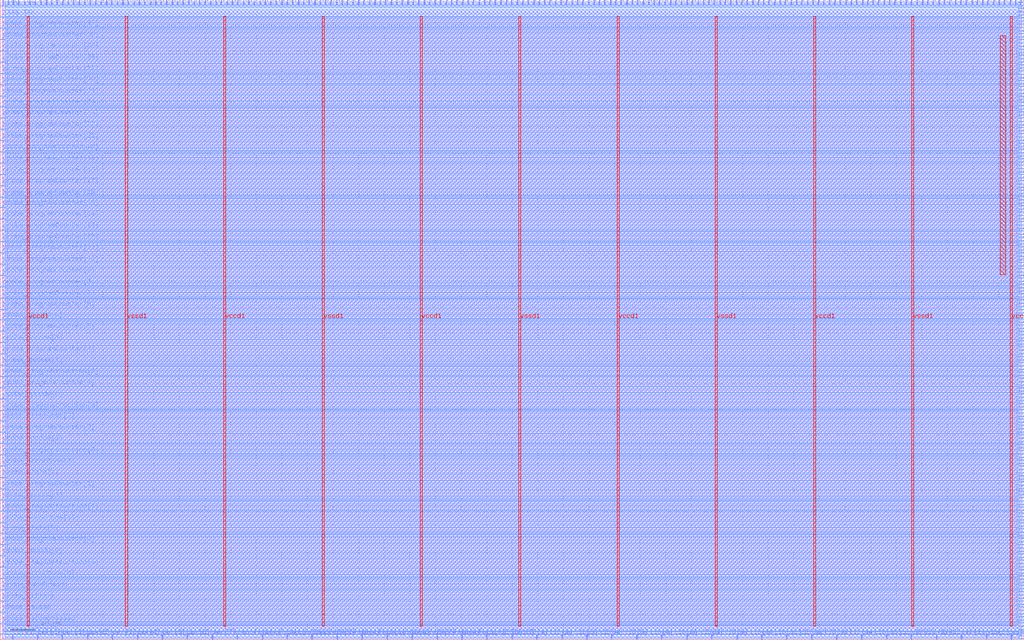
<source format=lef>
VERSION 5.7 ;
  NOWIREEXTENSIONATPIN ON ;
  DIVIDERCHAR "/" ;
  BUSBITCHARS "[]" ;
MACRO ExperiarCore
  CLASS BLOCK ;
  FOREIGN ExperiarCore ;
  ORIGIN 0.000 0.000 ;
  SIZE 800.000 BY 500.000 ;
  PIN addr0[0]
    DIRECTION OUTPUT TRISTATE ;
    USE SIGNAL ;
    PORT
      LAYER met2 ;
        RECT 27.230 496.000 27.510 500.000 ;
    END
  END addr0[0]
  PIN addr0[1]
    DIRECTION OUTPUT TRISTATE ;
    USE SIGNAL ;
    PORT
      LAYER met2 ;
        RECT 31.830 496.000 32.110 500.000 ;
    END
  END addr0[1]
  PIN addr0[2]
    DIRECTION OUTPUT TRISTATE ;
    USE SIGNAL ;
    PORT
      LAYER met2 ;
        RECT 35.970 496.000 36.250 500.000 ;
    END
  END addr0[2]
  PIN addr0[3]
    DIRECTION OUTPUT TRISTATE ;
    USE SIGNAL ;
    PORT
      LAYER met2 ;
        RECT 40.110 496.000 40.390 500.000 ;
    END
  END addr0[3]
  PIN addr0[4]
    DIRECTION OUTPUT TRISTATE ;
    USE SIGNAL ;
    PORT
      LAYER met2 ;
        RECT 44.250 496.000 44.530 500.000 ;
    END
  END addr0[4]
  PIN addr0[5]
    DIRECTION OUTPUT TRISTATE ;
    USE SIGNAL ;
    PORT
      LAYER met2 ;
        RECT 48.850 496.000 49.130 500.000 ;
    END
  END addr0[5]
  PIN addr0[6]
    DIRECTION OUTPUT TRISTATE ;
    USE SIGNAL ;
    PORT
      LAYER met2 ;
        RECT 52.990 496.000 53.270 500.000 ;
    END
  END addr0[6]
  PIN addr0[7]
    DIRECTION OUTPUT TRISTATE ;
    USE SIGNAL ;
    PORT
      LAYER met2 ;
        RECT 57.130 496.000 57.410 500.000 ;
    END
  END addr0[7]
  PIN addr0[8]
    DIRECTION OUTPUT TRISTATE ;
    USE SIGNAL ;
    PORT
      LAYER met2 ;
        RECT 61.730 496.000 62.010 500.000 ;
    END
  END addr0[8]
  PIN addr1[0]
    DIRECTION OUTPUT TRISTATE ;
    USE SIGNAL ;
    PORT
      LAYER met2 ;
        RECT 480.790 496.000 481.070 500.000 ;
    END
  END addr1[0]
  PIN addr1[1]
    DIRECTION OUTPUT TRISTATE ;
    USE SIGNAL ;
    PORT
      LAYER met2 ;
        RECT 484.930 496.000 485.210 500.000 ;
    END
  END addr1[1]
  PIN addr1[2]
    DIRECTION OUTPUT TRISTATE ;
    USE SIGNAL ;
    PORT
      LAYER met2 ;
        RECT 489.530 496.000 489.810 500.000 ;
    END
  END addr1[2]
  PIN addr1[3]
    DIRECTION OUTPUT TRISTATE ;
    USE SIGNAL ;
    PORT
      LAYER met2 ;
        RECT 493.670 496.000 493.950 500.000 ;
    END
  END addr1[3]
  PIN addr1[4]
    DIRECTION OUTPUT TRISTATE ;
    USE SIGNAL ;
    PORT
      LAYER met2 ;
        RECT 497.810 496.000 498.090 500.000 ;
    END
  END addr1[4]
  PIN addr1[5]
    DIRECTION OUTPUT TRISTATE ;
    USE SIGNAL ;
    PORT
      LAYER met2 ;
        RECT 502.410 496.000 502.690 500.000 ;
    END
  END addr1[5]
  PIN addr1[6]
    DIRECTION OUTPUT TRISTATE ;
    USE SIGNAL ;
    PORT
      LAYER met2 ;
        RECT 506.550 496.000 506.830 500.000 ;
    END
  END addr1[6]
  PIN addr1[7]
    DIRECTION OUTPUT TRISTATE ;
    USE SIGNAL ;
    PORT
      LAYER met2 ;
        RECT 510.690 496.000 510.970 500.000 ;
    END
  END addr1[7]
  PIN addr1[8]
    DIRECTION OUTPUT TRISTATE ;
    USE SIGNAL ;
    PORT
      LAYER met2 ;
        RECT 514.830 496.000 515.110 500.000 ;
    END
  END addr1[8]
  PIN clk0
    DIRECTION OUTPUT TRISTATE ;
    USE SIGNAL ;
    PORT
      LAYER met2 ;
        RECT 1.930 496.000 2.210 500.000 ;
    END
  END clk0
  PIN clk1
    DIRECTION OUTPUT TRISTATE ;
    USE SIGNAL ;
    PORT
      LAYER met2 ;
        RECT 476.650 496.000 476.930 500.000 ;
    END
  END clk1
  PIN coreIndex[0]
    DIRECTION INPUT ;
    USE SIGNAL ;
    PORT
      LAYER met2 ;
        RECT 9.750 0.000 10.030 4.000 ;
    END
  END coreIndex[0]
  PIN coreIndex[1]
    DIRECTION INPUT ;
    USE SIGNAL ;
    PORT
      LAYER met2 ;
        RECT 29.070 0.000 29.350 4.000 ;
    END
  END coreIndex[1]
  PIN coreIndex[2]
    DIRECTION INPUT ;
    USE SIGNAL ;
    PORT
      LAYER met2 ;
        RECT 48.390 0.000 48.670 4.000 ;
    END
  END coreIndex[2]
  PIN coreIndex[3]
    DIRECTION INPUT ;
    USE SIGNAL ;
    PORT
      LAYER met2 ;
        RECT 68.170 0.000 68.450 4.000 ;
    END
  END coreIndex[3]
  PIN coreIndex[4]
    DIRECTION INPUT ;
    USE SIGNAL ;
    PORT
      LAYER met2 ;
        RECT 87.490 0.000 87.770 4.000 ;
    END
  END coreIndex[4]
  PIN coreIndex[5]
    DIRECTION INPUT ;
    USE SIGNAL ;
    PORT
      LAYER met2 ;
        RECT 107.270 0.000 107.550 4.000 ;
    END
  END coreIndex[5]
  PIN coreIndex[6]
    DIRECTION INPUT ;
    USE SIGNAL ;
    PORT
      LAYER met2 ;
        RECT 126.590 0.000 126.870 4.000 ;
    END
  END coreIndex[6]
  PIN coreIndex[7]
    DIRECTION INPUT ;
    USE SIGNAL ;
    PORT
      LAYER met2 ;
        RECT 145.910 0.000 146.190 4.000 ;
    END
  END coreIndex[7]
  PIN core_wb_ack_i
    DIRECTION INPUT ;
    USE SIGNAL ;
    PORT
      LAYER met3 ;
        RECT 796.000 5.480 800.000 6.080 ;
    END
  END core_wb_ack_i
  PIN core_wb_adr_o[0]
    DIRECTION OUTPUT TRISTATE ;
    USE SIGNAL ;
    PORT
      LAYER met3 ;
        RECT 796.000 19.760 800.000 20.360 ;
    END
  END core_wb_adr_o[0]
  PIN core_wb_adr_o[10]
    DIRECTION OUTPUT TRISTATE ;
    USE SIGNAL ;
    PORT
      LAYER met3 ;
        RECT 796.000 103.400 800.000 104.000 ;
    END
  END core_wb_adr_o[10]
  PIN core_wb_adr_o[11]
    DIRECTION OUTPUT TRISTATE ;
    USE SIGNAL ;
    PORT
      LAYER met3 ;
        RECT 796.000 110.880 800.000 111.480 ;
    END
  END core_wb_adr_o[11]
  PIN core_wb_adr_o[12]
    DIRECTION OUTPUT TRISTATE ;
    USE SIGNAL ;
    PORT
      LAYER met3 ;
        RECT 796.000 117.680 800.000 118.280 ;
    END
  END core_wb_adr_o[12]
  PIN core_wb_adr_o[13]
    DIRECTION OUTPUT TRISTATE ;
    USE SIGNAL ;
    PORT
      LAYER met3 ;
        RECT 796.000 125.160 800.000 125.760 ;
    END
  END core_wb_adr_o[13]
  PIN core_wb_adr_o[14]
    DIRECTION OUTPUT TRISTATE ;
    USE SIGNAL ;
    PORT
      LAYER met3 ;
        RECT 796.000 132.640 800.000 133.240 ;
    END
  END core_wb_adr_o[14]
  PIN core_wb_adr_o[15]
    DIRECTION OUTPUT TRISTATE ;
    USE SIGNAL ;
    PORT
      LAYER met3 ;
        RECT 796.000 140.120 800.000 140.720 ;
    END
  END core_wb_adr_o[15]
  PIN core_wb_adr_o[16]
    DIRECTION OUTPUT TRISTATE ;
    USE SIGNAL ;
    PORT
      LAYER met3 ;
        RECT 796.000 147.600 800.000 148.200 ;
    END
  END core_wb_adr_o[16]
  PIN core_wb_adr_o[17]
    DIRECTION OUTPUT TRISTATE ;
    USE SIGNAL ;
    PORT
      LAYER met3 ;
        RECT 796.000 154.400 800.000 155.000 ;
    END
  END core_wb_adr_o[17]
  PIN core_wb_adr_o[18]
    DIRECTION OUTPUT TRISTATE ;
    USE SIGNAL ;
    PORT
      LAYER met3 ;
        RECT 796.000 161.880 800.000 162.480 ;
    END
  END core_wb_adr_o[18]
  PIN core_wb_adr_o[19]
    DIRECTION OUTPUT TRISTATE ;
    USE SIGNAL ;
    PORT
      LAYER met3 ;
        RECT 796.000 169.360 800.000 169.960 ;
    END
  END core_wb_adr_o[19]
  PIN core_wb_adr_o[1]
    DIRECTION OUTPUT TRISTATE ;
    USE SIGNAL ;
    PORT
      LAYER met3 ;
        RECT 796.000 29.960 800.000 30.560 ;
    END
  END core_wb_adr_o[1]
  PIN core_wb_adr_o[20]
    DIRECTION OUTPUT TRISTATE ;
    USE SIGNAL ;
    PORT
      LAYER met3 ;
        RECT 796.000 176.840 800.000 177.440 ;
    END
  END core_wb_adr_o[20]
  PIN core_wb_adr_o[21]
    DIRECTION OUTPUT TRISTATE ;
    USE SIGNAL ;
    PORT
      LAYER met3 ;
        RECT 796.000 184.320 800.000 184.920 ;
    END
  END core_wb_adr_o[21]
  PIN core_wb_adr_o[22]
    DIRECTION OUTPUT TRISTATE ;
    USE SIGNAL ;
    PORT
      LAYER met3 ;
        RECT 796.000 191.800 800.000 192.400 ;
    END
  END core_wb_adr_o[22]
  PIN core_wb_adr_o[23]
    DIRECTION OUTPUT TRISTATE ;
    USE SIGNAL ;
    PORT
      LAYER met3 ;
        RECT 796.000 198.600 800.000 199.200 ;
    END
  END core_wb_adr_o[23]
  PIN core_wb_adr_o[24]
    DIRECTION OUTPUT TRISTATE ;
    USE SIGNAL ;
    PORT
      LAYER met3 ;
        RECT 796.000 206.080 800.000 206.680 ;
    END
  END core_wb_adr_o[24]
  PIN core_wb_adr_o[25]
    DIRECTION OUTPUT TRISTATE ;
    USE SIGNAL ;
    PORT
      LAYER met3 ;
        RECT 796.000 213.560 800.000 214.160 ;
    END
  END core_wb_adr_o[25]
  PIN core_wb_adr_o[26]
    DIRECTION OUTPUT TRISTATE ;
    USE SIGNAL ;
    PORT
      LAYER met3 ;
        RECT 796.000 221.040 800.000 221.640 ;
    END
  END core_wb_adr_o[26]
  PIN core_wb_adr_o[27]
    DIRECTION OUTPUT TRISTATE ;
    USE SIGNAL ;
    PORT
      LAYER met3 ;
        RECT 796.000 228.520 800.000 229.120 ;
    END
  END core_wb_adr_o[27]
  PIN core_wb_adr_o[2]
    DIRECTION OUTPUT TRISTATE ;
    USE SIGNAL ;
    PORT
      LAYER met3 ;
        RECT 796.000 39.480 800.000 40.080 ;
    END
  END core_wb_adr_o[2]
  PIN core_wb_adr_o[3]
    DIRECTION OUTPUT TRISTATE ;
    USE SIGNAL ;
    PORT
      LAYER met3 ;
        RECT 796.000 49.680 800.000 50.280 ;
    END
  END core_wb_adr_o[3]
  PIN core_wb_adr_o[4]
    DIRECTION OUTPUT TRISTATE ;
    USE SIGNAL ;
    PORT
      LAYER met3 ;
        RECT 796.000 59.200 800.000 59.800 ;
    END
  END core_wb_adr_o[4]
  PIN core_wb_adr_o[5]
    DIRECTION OUTPUT TRISTATE ;
    USE SIGNAL ;
    PORT
      LAYER met3 ;
        RECT 796.000 66.680 800.000 67.280 ;
    END
  END core_wb_adr_o[5]
  PIN core_wb_adr_o[6]
    DIRECTION OUTPUT TRISTATE ;
    USE SIGNAL ;
    PORT
      LAYER met3 ;
        RECT 796.000 74.160 800.000 74.760 ;
    END
  END core_wb_adr_o[6]
  PIN core_wb_adr_o[7]
    DIRECTION OUTPUT TRISTATE ;
    USE SIGNAL ;
    PORT
      LAYER met3 ;
        RECT 796.000 80.960 800.000 81.560 ;
    END
  END core_wb_adr_o[7]
  PIN core_wb_adr_o[8]
    DIRECTION OUTPUT TRISTATE ;
    USE SIGNAL ;
    PORT
      LAYER met3 ;
        RECT 796.000 88.440 800.000 89.040 ;
    END
  END core_wb_adr_o[8]
  PIN core_wb_adr_o[9]
    DIRECTION OUTPUT TRISTATE ;
    USE SIGNAL ;
    PORT
      LAYER met3 ;
        RECT 796.000 95.920 800.000 96.520 ;
    END
  END core_wb_adr_o[9]
  PIN core_wb_cyc_o
    DIRECTION OUTPUT TRISTATE ;
    USE SIGNAL ;
    PORT
      LAYER met3 ;
        RECT 796.000 7.520 800.000 8.120 ;
    END
  END core_wb_cyc_o
  PIN core_wb_data_i[0]
    DIRECTION INPUT ;
    USE SIGNAL ;
    PORT
      LAYER met3 ;
        RECT 796.000 22.480 800.000 23.080 ;
    END
  END core_wb_data_i[0]
  PIN core_wb_data_i[10]
    DIRECTION INPUT ;
    USE SIGNAL ;
    PORT
      LAYER met3 ;
        RECT 796.000 105.440 800.000 106.040 ;
    END
  END core_wb_data_i[10]
  PIN core_wb_data_i[11]
    DIRECTION INPUT ;
    USE SIGNAL ;
    PORT
      LAYER met3 ;
        RECT 796.000 112.920 800.000 113.520 ;
    END
  END core_wb_data_i[11]
  PIN core_wb_data_i[12]
    DIRECTION INPUT ;
    USE SIGNAL ;
    PORT
      LAYER met3 ;
        RECT 796.000 120.400 800.000 121.000 ;
    END
  END core_wb_data_i[12]
  PIN core_wb_data_i[13]
    DIRECTION INPUT ;
    USE SIGNAL ;
    PORT
      LAYER met3 ;
        RECT 796.000 127.880 800.000 128.480 ;
    END
  END core_wb_data_i[13]
  PIN core_wb_data_i[14]
    DIRECTION INPUT ;
    USE SIGNAL ;
    PORT
      LAYER met3 ;
        RECT 796.000 135.360 800.000 135.960 ;
    END
  END core_wb_data_i[14]
  PIN core_wb_data_i[15]
    DIRECTION INPUT ;
    USE SIGNAL ;
    PORT
      LAYER met3 ;
        RECT 796.000 142.160 800.000 142.760 ;
    END
  END core_wb_data_i[15]
  PIN core_wb_data_i[16]
    DIRECTION INPUT ;
    USE SIGNAL ;
    PORT
      LAYER met3 ;
        RECT 796.000 149.640 800.000 150.240 ;
    END
  END core_wb_data_i[16]
  PIN core_wb_data_i[17]
    DIRECTION INPUT ;
    USE SIGNAL ;
    PORT
      LAYER met3 ;
        RECT 796.000 157.120 800.000 157.720 ;
    END
  END core_wb_data_i[17]
  PIN core_wb_data_i[18]
    DIRECTION INPUT ;
    USE SIGNAL ;
    PORT
      LAYER met3 ;
        RECT 796.000 164.600 800.000 165.200 ;
    END
  END core_wb_data_i[18]
  PIN core_wb_data_i[19]
    DIRECTION INPUT ;
    USE SIGNAL ;
    PORT
      LAYER met3 ;
        RECT 796.000 172.080 800.000 172.680 ;
    END
  END core_wb_data_i[19]
  PIN core_wb_data_i[1]
    DIRECTION INPUT ;
    USE SIGNAL ;
    PORT
      LAYER met3 ;
        RECT 796.000 32.000 800.000 32.600 ;
    END
  END core_wb_data_i[1]
  PIN core_wb_data_i[20]
    DIRECTION INPUT ;
    USE SIGNAL ;
    PORT
      LAYER met3 ;
        RECT 796.000 179.560 800.000 180.160 ;
    END
  END core_wb_data_i[20]
  PIN core_wb_data_i[21]
    DIRECTION INPUT ;
    USE SIGNAL ;
    PORT
      LAYER met3 ;
        RECT 796.000 186.360 800.000 186.960 ;
    END
  END core_wb_data_i[21]
  PIN core_wb_data_i[22]
    DIRECTION INPUT ;
    USE SIGNAL ;
    PORT
      LAYER met3 ;
        RECT 796.000 193.840 800.000 194.440 ;
    END
  END core_wb_data_i[22]
  PIN core_wb_data_i[23]
    DIRECTION INPUT ;
    USE SIGNAL ;
    PORT
      LAYER met3 ;
        RECT 796.000 201.320 800.000 201.920 ;
    END
  END core_wb_data_i[23]
  PIN core_wb_data_i[24]
    DIRECTION INPUT ;
    USE SIGNAL ;
    PORT
      LAYER met3 ;
        RECT 796.000 208.800 800.000 209.400 ;
    END
  END core_wb_data_i[24]
  PIN core_wb_data_i[25]
    DIRECTION INPUT ;
    USE SIGNAL ;
    PORT
      LAYER met3 ;
        RECT 796.000 216.280 800.000 216.880 ;
    END
  END core_wb_data_i[25]
  PIN core_wb_data_i[26]
    DIRECTION INPUT ;
    USE SIGNAL ;
    PORT
      LAYER met3 ;
        RECT 796.000 223.080 800.000 223.680 ;
    END
  END core_wb_data_i[26]
  PIN core_wb_data_i[27]
    DIRECTION INPUT ;
    USE SIGNAL ;
    PORT
      LAYER met3 ;
        RECT 796.000 230.560 800.000 231.160 ;
    END
  END core_wb_data_i[27]
  PIN core_wb_data_i[28]
    DIRECTION INPUT ;
    USE SIGNAL ;
    PORT
      LAYER met3 ;
        RECT 796.000 235.320 800.000 235.920 ;
    END
  END core_wb_data_i[28]
  PIN core_wb_data_i[29]
    DIRECTION INPUT ;
    USE SIGNAL ;
    PORT
      LAYER met3 ;
        RECT 796.000 240.760 800.000 241.360 ;
    END
  END core_wb_data_i[29]
  PIN core_wb_data_i[2]
    DIRECTION INPUT ;
    USE SIGNAL ;
    PORT
      LAYER met3 ;
        RECT 796.000 42.200 800.000 42.800 ;
    END
  END core_wb_data_i[2]
  PIN core_wb_data_i[30]
    DIRECTION INPUT ;
    USE SIGNAL ;
    PORT
      LAYER met3 ;
        RECT 796.000 245.520 800.000 246.120 ;
    END
  END core_wb_data_i[30]
  PIN core_wb_data_i[31]
    DIRECTION INPUT ;
    USE SIGNAL ;
    PORT
      LAYER met3 ;
        RECT 796.000 250.280 800.000 250.880 ;
    END
  END core_wb_data_i[31]
  PIN core_wb_data_i[3]
    DIRECTION INPUT ;
    USE SIGNAL ;
    PORT
      LAYER met3 ;
        RECT 796.000 51.720 800.000 52.320 ;
    END
  END core_wb_data_i[3]
  PIN core_wb_data_i[4]
    DIRECTION INPUT ;
    USE SIGNAL ;
    PORT
      LAYER met3 ;
        RECT 796.000 61.920 800.000 62.520 ;
    END
  END core_wb_data_i[4]
  PIN core_wb_data_i[5]
    DIRECTION INPUT ;
    USE SIGNAL ;
    PORT
      LAYER met3 ;
        RECT 796.000 68.720 800.000 69.320 ;
    END
  END core_wb_data_i[5]
  PIN core_wb_data_i[6]
    DIRECTION INPUT ;
    USE SIGNAL ;
    PORT
      LAYER met3 ;
        RECT 796.000 76.200 800.000 76.800 ;
    END
  END core_wb_data_i[6]
  PIN core_wb_data_i[7]
    DIRECTION INPUT ;
    USE SIGNAL ;
    PORT
      LAYER met3 ;
        RECT 796.000 83.680 800.000 84.280 ;
    END
  END core_wb_data_i[7]
  PIN core_wb_data_i[8]
    DIRECTION INPUT ;
    USE SIGNAL ;
    PORT
      LAYER met3 ;
        RECT 796.000 91.160 800.000 91.760 ;
    END
  END core_wb_data_i[8]
  PIN core_wb_data_i[9]
    DIRECTION INPUT ;
    USE SIGNAL ;
    PORT
      LAYER met3 ;
        RECT 796.000 98.640 800.000 99.240 ;
    END
  END core_wb_data_i[9]
  PIN core_wb_data_o[0]
    DIRECTION OUTPUT TRISTATE ;
    USE SIGNAL ;
    PORT
      LAYER met3 ;
        RECT 796.000 25.200 800.000 25.800 ;
    END
  END core_wb_data_o[0]
  PIN core_wb_data_o[10]
    DIRECTION OUTPUT TRISTATE ;
    USE SIGNAL ;
    PORT
      LAYER met3 ;
        RECT 796.000 108.160 800.000 108.760 ;
    END
  END core_wb_data_o[10]
  PIN core_wb_data_o[11]
    DIRECTION OUTPUT TRISTATE ;
    USE SIGNAL ;
    PORT
      LAYER met3 ;
        RECT 796.000 115.640 800.000 116.240 ;
    END
  END core_wb_data_o[11]
  PIN core_wb_data_o[12]
    DIRECTION OUTPUT TRISTATE ;
    USE SIGNAL ;
    PORT
      LAYER met3 ;
        RECT 796.000 123.120 800.000 123.720 ;
    END
  END core_wb_data_o[12]
  PIN core_wb_data_o[13]
    DIRECTION OUTPUT TRISTATE ;
    USE SIGNAL ;
    PORT
      LAYER met3 ;
        RECT 796.000 129.920 800.000 130.520 ;
    END
  END core_wb_data_o[13]
  PIN core_wb_data_o[14]
    DIRECTION OUTPUT TRISTATE ;
    USE SIGNAL ;
    PORT
      LAYER met3 ;
        RECT 796.000 137.400 800.000 138.000 ;
    END
  END core_wb_data_o[14]
  PIN core_wb_data_o[15]
    DIRECTION OUTPUT TRISTATE ;
    USE SIGNAL ;
    PORT
      LAYER met3 ;
        RECT 796.000 144.880 800.000 145.480 ;
    END
  END core_wb_data_o[15]
  PIN core_wb_data_o[16]
    DIRECTION OUTPUT TRISTATE ;
    USE SIGNAL ;
    PORT
      LAYER met3 ;
        RECT 796.000 152.360 800.000 152.960 ;
    END
  END core_wb_data_o[16]
  PIN core_wb_data_o[17]
    DIRECTION OUTPUT TRISTATE ;
    USE SIGNAL ;
    PORT
      LAYER met3 ;
        RECT 796.000 159.840 800.000 160.440 ;
    END
  END core_wb_data_o[17]
  PIN core_wb_data_o[18]
    DIRECTION OUTPUT TRISTATE ;
    USE SIGNAL ;
    PORT
      LAYER met3 ;
        RECT 796.000 167.320 800.000 167.920 ;
    END
  END core_wb_data_o[18]
  PIN core_wb_data_o[19]
    DIRECTION OUTPUT TRISTATE ;
    USE SIGNAL ;
    PORT
      LAYER met3 ;
        RECT 796.000 174.120 800.000 174.720 ;
    END
  END core_wb_data_o[19]
  PIN core_wb_data_o[1]
    DIRECTION OUTPUT TRISTATE ;
    USE SIGNAL ;
    PORT
      LAYER met3 ;
        RECT 796.000 34.720 800.000 35.320 ;
    END
  END core_wb_data_o[1]
  PIN core_wb_data_o[20]
    DIRECTION OUTPUT TRISTATE ;
    USE SIGNAL ;
    PORT
      LAYER met3 ;
        RECT 796.000 181.600 800.000 182.200 ;
    END
  END core_wb_data_o[20]
  PIN core_wb_data_o[21]
    DIRECTION OUTPUT TRISTATE ;
    USE SIGNAL ;
    PORT
      LAYER met3 ;
        RECT 796.000 189.080 800.000 189.680 ;
    END
  END core_wb_data_o[21]
  PIN core_wb_data_o[22]
    DIRECTION OUTPUT TRISTATE ;
    USE SIGNAL ;
    PORT
      LAYER met3 ;
        RECT 796.000 196.560 800.000 197.160 ;
    END
  END core_wb_data_o[22]
  PIN core_wb_data_o[23]
    DIRECTION OUTPUT TRISTATE ;
    USE SIGNAL ;
    PORT
      LAYER met3 ;
        RECT 796.000 204.040 800.000 204.640 ;
    END
  END core_wb_data_o[23]
  PIN core_wb_data_o[24]
    DIRECTION OUTPUT TRISTATE ;
    USE SIGNAL ;
    PORT
      LAYER met3 ;
        RECT 796.000 210.840 800.000 211.440 ;
    END
  END core_wb_data_o[24]
  PIN core_wb_data_o[25]
    DIRECTION OUTPUT TRISTATE ;
    USE SIGNAL ;
    PORT
      LAYER met3 ;
        RECT 796.000 218.320 800.000 218.920 ;
    END
  END core_wb_data_o[25]
  PIN core_wb_data_o[26]
    DIRECTION OUTPUT TRISTATE ;
    USE SIGNAL ;
    PORT
      LAYER met3 ;
        RECT 796.000 225.800 800.000 226.400 ;
    END
  END core_wb_data_o[26]
  PIN core_wb_data_o[27]
    DIRECTION OUTPUT TRISTATE ;
    USE SIGNAL ;
    PORT
      LAYER met3 ;
        RECT 796.000 233.280 800.000 233.880 ;
    END
  END core_wb_data_o[27]
  PIN core_wb_data_o[28]
    DIRECTION OUTPUT TRISTATE ;
    USE SIGNAL ;
    PORT
      LAYER met3 ;
        RECT 796.000 238.040 800.000 238.640 ;
    END
  END core_wb_data_o[28]
  PIN core_wb_data_o[29]
    DIRECTION OUTPUT TRISTATE ;
    USE SIGNAL ;
    PORT
      LAYER met3 ;
        RECT 796.000 242.800 800.000 243.400 ;
    END
  END core_wb_data_o[29]
  PIN core_wb_data_o[2]
    DIRECTION OUTPUT TRISTATE ;
    USE SIGNAL ;
    PORT
      LAYER met3 ;
        RECT 796.000 44.240 800.000 44.840 ;
    END
  END core_wb_data_o[2]
  PIN core_wb_data_o[30]
    DIRECTION OUTPUT TRISTATE ;
    USE SIGNAL ;
    PORT
      LAYER met3 ;
        RECT 796.000 247.560 800.000 248.160 ;
    END
  END core_wb_data_o[30]
  PIN core_wb_data_o[31]
    DIRECTION OUTPUT TRISTATE ;
    USE SIGNAL ;
    PORT
      LAYER met3 ;
        RECT 796.000 253.000 800.000 253.600 ;
    END
  END core_wb_data_o[31]
  PIN core_wb_data_o[3]
    DIRECTION OUTPUT TRISTATE ;
    USE SIGNAL ;
    PORT
      LAYER met3 ;
        RECT 796.000 54.440 800.000 55.040 ;
    END
  END core_wb_data_o[3]
  PIN core_wb_data_o[4]
    DIRECTION OUTPUT TRISTATE ;
    USE SIGNAL ;
    PORT
      LAYER met3 ;
        RECT 796.000 63.960 800.000 64.560 ;
    END
  END core_wb_data_o[4]
  PIN core_wb_data_o[5]
    DIRECTION OUTPUT TRISTATE ;
    USE SIGNAL ;
    PORT
      LAYER met3 ;
        RECT 796.000 71.440 800.000 72.040 ;
    END
  END core_wb_data_o[5]
  PIN core_wb_data_o[6]
    DIRECTION OUTPUT TRISTATE ;
    USE SIGNAL ;
    PORT
      LAYER met3 ;
        RECT 796.000 78.920 800.000 79.520 ;
    END
  END core_wb_data_o[6]
  PIN core_wb_data_o[7]
    DIRECTION OUTPUT TRISTATE ;
    USE SIGNAL ;
    PORT
      LAYER met3 ;
        RECT 796.000 86.400 800.000 87.000 ;
    END
  END core_wb_data_o[7]
  PIN core_wb_data_o[8]
    DIRECTION OUTPUT TRISTATE ;
    USE SIGNAL ;
    PORT
      LAYER met3 ;
        RECT 796.000 93.200 800.000 93.800 ;
    END
  END core_wb_data_o[8]
  PIN core_wb_data_o[9]
    DIRECTION OUTPUT TRISTATE ;
    USE SIGNAL ;
    PORT
      LAYER met3 ;
        RECT 796.000 100.680 800.000 101.280 ;
    END
  END core_wb_data_o[9]
  PIN core_wb_error_i
    DIRECTION INPUT ;
    USE SIGNAL ;
    PORT
      LAYER met3 ;
        RECT 796.000 10.240 800.000 10.840 ;
    END
  END core_wb_error_i
  PIN core_wb_sel_o[0]
    DIRECTION OUTPUT TRISTATE ;
    USE SIGNAL ;
    PORT
      LAYER met3 ;
        RECT 796.000 27.240 800.000 27.840 ;
    END
  END core_wb_sel_o[0]
  PIN core_wb_sel_o[1]
    DIRECTION OUTPUT TRISTATE ;
    USE SIGNAL ;
    PORT
      LAYER met3 ;
        RECT 796.000 37.440 800.000 38.040 ;
    END
  END core_wb_sel_o[1]
  PIN core_wb_sel_o[2]
    DIRECTION OUTPUT TRISTATE ;
    USE SIGNAL ;
    PORT
      LAYER met3 ;
        RECT 796.000 46.960 800.000 47.560 ;
    END
  END core_wb_sel_o[2]
  PIN core_wb_sel_o[3]
    DIRECTION OUTPUT TRISTATE ;
    USE SIGNAL ;
    PORT
      LAYER met3 ;
        RECT 796.000 56.480 800.000 57.080 ;
    END
  END core_wb_sel_o[3]
  PIN core_wb_stall_i
    DIRECTION INPUT ;
    USE SIGNAL ;
    PORT
      LAYER met3 ;
        RECT 796.000 12.960 800.000 13.560 ;
    END
  END core_wb_stall_i
  PIN core_wb_stb_o
    DIRECTION OUTPUT TRISTATE ;
    USE SIGNAL ;
    PORT
      LAYER met3 ;
        RECT 796.000 15.000 800.000 15.600 ;
    END
  END core_wb_stb_o
  PIN core_wb_we_o
    DIRECTION OUTPUT TRISTATE ;
    USE SIGNAL ;
    PORT
      LAYER met3 ;
        RECT 796.000 17.720 800.000 18.320 ;
    END
  END core_wb_we_o
  PIN csb0[0]
    DIRECTION OUTPUT TRISTATE ;
    USE SIGNAL ;
    PORT
      LAYER met2 ;
        RECT 793.130 496.000 793.410 500.000 ;
    END
  END csb0[0]
  PIN csb0[1]
    DIRECTION OUTPUT TRISTATE ;
    USE SIGNAL ;
    PORT
      LAYER met2 ;
        RECT 797.270 496.000 797.550 500.000 ;
    END
  END csb0[1]
  PIN csb1[0]
    DIRECTION OUTPUT TRISTATE ;
    USE SIGNAL ;
    PORT
      LAYER met2 ;
        RECT 789.910 0.000 790.190 4.000 ;
    END
  END csb1[0]
  PIN csb1[1]
    DIRECTION OUTPUT TRISTATE ;
    USE SIGNAL ;
    PORT
      LAYER met3 ;
        RECT 796.000 497.800 800.000 498.400 ;
    END
  END csb1[1]
  PIN din0[0]
    DIRECTION OUTPUT TRISTATE ;
    USE SIGNAL ;
    PORT
      LAYER met2 ;
        RECT 65.870 496.000 66.150 500.000 ;
    END
  END din0[0]
  PIN din0[10]
    DIRECTION OUTPUT TRISTATE ;
    USE SIGNAL ;
    PORT
      LAYER met2 ;
        RECT 108.650 496.000 108.930 500.000 ;
    END
  END din0[10]
  PIN din0[11]
    DIRECTION OUTPUT TRISTATE ;
    USE SIGNAL ;
    PORT
      LAYER met2 ;
        RECT 112.790 496.000 113.070 500.000 ;
    END
  END din0[11]
  PIN din0[12]
    DIRECTION OUTPUT TRISTATE ;
    USE SIGNAL ;
    PORT
      LAYER met2 ;
        RECT 117.390 496.000 117.670 500.000 ;
    END
  END din0[12]
  PIN din0[13]
    DIRECTION OUTPUT TRISTATE ;
    USE SIGNAL ;
    PORT
      LAYER met2 ;
        RECT 121.530 496.000 121.810 500.000 ;
    END
  END din0[13]
  PIN din0[14]
    DIRECTION OUTPUT TRISTATE ;
    USE SIGNAL ;
    PORT
      LAYER met2 ;
        RECT 125.670 496.000 125.950 500.000 ;
    END
  END din0[14]
  PIN din0[15]
    DIRECTION OUTPUT TRISTATE ;
    USE SIGNAL ;
    PORT
      LAYER met2 ;
        RECT 129.810 496.000 130.090 500.000 ;
    END
  END din0[15]
  PIN din0[16]
    DIRECTION OUTPUT TRISTATE ;
    USE SIGNAL ;
    PORT
      LAYER met2 ;
        RECT 134.410 496.000 134.690 500.000 ;
    END
  END din0[16]
  PIN din0[17]
    DIRECTION OUTPUT TRISTATE ;
    USE SIGNAL ;
    PORT
      LAYER met2 ;
        RECT 138.550 496.000 138.830 500.000 ;
    END
  END din0[17]
  PIN din0[18]
    DIRECTION OUTPUT TRISTATE ;
    USE SIGNAL ;
    PORT
      LAYER met2 ;
        RECT 142.690 496.000 142.970 500.000 ;
    END
  END din0[18]
  PIN din0[19]
    DIRECTION OUTPUT TRISTATE ;
    USE SIGNAL ;
    PORT
      LAYER met2 ;
        RECT 147.290 496.000 147.570 500.000 ;
    END
  END din0[19]
  PIN din0[1]
    DIRECTION OUTPUT TRISTATE ;
    USE SIGNAL ;
    PORT
      LAYER met2 ;
        RECT 70.010 496.000 70.290 500.000 ;
    END
  END din0[1]
  PIN din0[20]
    DIRECTION OUTPUT TRISTATE ;
    USE SIGNAL ;
    PORT
      LAYER met2 ;
        RECT 151.430 496.000 151.710 500.000 ;
    END
  END din0[20]
  PIN din0[21]
    DIRECTION OUTPUT TRISTATE ;
    USE SIGNAL ;
    PORT
      LAYER met2 ;
        RECT 155.570 496.000 155.850 500.000 ;
    END
  END din0[21]
  PIN din0[22]
    DIRECTION OUTPUT TRISTATE ;
    USE SIGNAL ;
    PORT
      LAYER met2 ;
        RECT 160.170 496.000 160.450 500.000 ;
    END
  END din0[22]
  PIN din0[23]
    DIRECTION OUTPUT TRISTATE ;
    USE SIGNAL ;
    PORT
      LAYER met2 ;
        RECT 164.310 496.000 164.590 500.000 ;
    END
  END din0[23]
  PIN din0[24]
    DIRECTION OUTPUT TRISTATE ;
    USE SIGNAL ;
    PORT
      LAYER met2 ;
        RECT 168.450 496.000 168.730 500.000 ;
    END
  END din0[24]
  PIN din0[25]
    DIRECTION OUTPUT TRISTATE ;
    USE SIGNAL ;
    PORT
      LAYER met2 ;
        RECT 172.590 496.000 172.870 500.000 ;
    END
  END din0[25]
  PIN din0[26]
    DIRECTION OUTPUT TRISTATE ;
    USE SIGNAL ;
    PORT
      LAYER met2 ;
        RECT 177.190 496.000 177.470 500.000 ;
    END
  END din0[26]
  PIN din0[27]
    DIRECTION OUTPUT TRISTATE ;
    USE SIGNAL ;
    PORT
      LAYER met2 ;
        RECT 181.330 496.000 181.610 500.000 ;
    END
  END din0[27]
  PIN din0[28]
    DIRECTION OUTPUT TRISTATE ;
    USE SIGNAL ;
    PORT
      LAYER met2 ;
        RECT 185.470 496.000 185.750 500.000 ;
    END
  END din0[28]
  PIN din0[29]
    DIRECTION OUTPUT TRISTATE ;
    USE SIGNAL ;
    PORT
      LAYER met2 ;
        RECT 190.070 496.000 190.350 500.000 ;
    END
  END din0[29]
  PIN din0[2]
    DIRECTION OUTPUT TRISTATE ;
    USE SIGNAL ;
    PORT
      LAYER met2 ;
        RECT 74.610 496.000 74.890 500.000 ;
    END
  END din0[2]
  PIN din0[30]
    DIRECTION OUTPUT TRISTATE ;
    USE SIGNAL ;
    PORT
      LAYER met2 ;
        RECT 194.210 496.000 194.490 500.000 ;
    END
  END din0[30]
  PIN din0[31]
    DIRECTION OUTPUT TRISTATE ;
    USE SIGNAL ;
    PORT
      LAYER met2 ;
        RECT 198.350 496.000 198.630 500.000 ;
    END
  END din0[31]
  PIN din0[3]
    DIRECTION OUTPUT TRISTATE ;
    USE SIGNAL ;
    PORT
      LAYER met2 ;
        RECT 78.750 496.000 79.030 500.000 ;
    END
  END din0[3]
  PIN din0[4]
    DIRECTION OUTPUT TRISTATE ;
    USE SIGNAL ;
    PORT
      LAYER met2 ;
        RECT 82.890 496.000 83.170 500.000 ;
    END
  END din0[4]
  PIN din0[5]
    DIRECTION OUTPUT TRISTATE ;
    USE SIGNAL ;
    PORT
      LAYER met2 ;
        RECT 87.030 496.000 87.310 500.000 ;
    END
  END din0[5]
  PIN din0[6]
    DIRECTION OUTPUT TRISTATE ;
    USE SIGNAL ;
    PORT
      LAYER met2 ;
        RECT 91.630 496.000 91.910 500.000 ;
    END
  END din0[6]
  PIN din0[7]
    DIRECTION OUTPUT TRISTATE ;
    USE SIGNAL ;
    PORT
      LAYER met2 ;
        RECT 95.770 496.000 96.050 500.000 ;
    END
  END din0[7]
  PIN din0[8]
    DIRECTION OUTPUT TRISTATE ;
    USE SIGNAL ;
    PORT
      LAYER met2 ;
        RECT 99.910 496.000 100.190 500.000 ;
    END
  END din0[8]
  PIN din0[9]
    DIRECTION OUTPUT TRISTATE ;
    USE SIGNAL ;
    PORT
      LAYER met2 ;
        RECT 104.510 496.000 104.790 500.000 ;
    END
  END din0[9]
  PIN dout0[0]
    DIRECTION INPUT ;
    USE SIGNAL ;
    PORT
      LAYER met2 ;
        RECT 202.950 496.000 203.230 500.000 ;
    END
  END dout0[0]
  PIN dout0[10]
    DIRECTION INPUT ;
    USE SIGNAL ;
    PORT
      LAYER met2 ;
        RECT 245.730 496.000 246.010 500.000 ;
    END
  END dout0[10]
  PIN dout0[11]
    DIRECTION INPUT ;
    USE SIGNAL ;
    PORT
      LAYER met2 ;
        RECT 249.870 496.000 250.150 500.000 ;
    END
  END dout0[11]
  PIN dout0[12]
    DIRECTION INPUT ;
    USE SIGNAL ;
    PORT
      LAYER met2 ;
        RECT 254.010 496.000 254.290 500.000 ;
    END
  END dout0[12]
  PIN dout0[13]
    DIRECTION INPUT ;
    USE SIGNAL ;
    PORT
      LAYER met2 ;
        RECT 258.150 496.000 258.430 500.000 ;
    END
  END dout0[13]
  PIN dout0[14]
    DIRECTION INPUT ;
    USE SIGNAL ;
    PORT
      LAYER met2 ;
        RECT 262.750 496.000 263.030 500.000 ;
    END
  END dout0[14]
  PIN dout0[15]
    DIRECTION INPUT ;
    USE SIGNAL ;
    PORT
      LAYER met2 ;
        RECT 266.890 496.000 267.170 500.000 ;
    END
  END dout0[15]
  PIN dout0[16]
    DIRECTION INPUT ;
    USE SIGNAL ;
    PORT
      LAYER met2 ;
        RECT 271.030 496.000 271.310 500.000 ;
    END
  END dout0[16]
  PIN dout0[17]
    DIRECTION INPUT ;
    USE SIGNAL ;
    PORT
      LAYER met2 ;
        RECT 275.630 496.000 275.910 500.000 ;
    END
  END dout0[17]
  PIN dout0[18]
    DIRECTION INPUT ;
    USE SIGNAL ;
    PORT
      LAYER met2 ;
        RECT 279.770 496.000 280.050 500.000 ;
    END
  END dout0[18]
  PIN dout0[19]
    DIRECTION INPUT ;
    USE SIGNAL ;
    PORT
      LAYER met2 ;
        RECT 283.910 496.000 284.190 500.000 ;
    END
  END dout0[19]
  PIN dout0[1]
    DIRECTION INPUT ;
    USE SIGNAL ;
    PORT
      LAYER met2 ;
        RECT 207.090 496.000 207.370 500.000 ;
    END
  END dout0[1]
  PIN dout0[20]
    DIRECTION INPUT ;
    USE SIGNAL ;
    PORT
      LAYER met2 ;
        RECT 288.510 496.000 288.790 500.000 ;
    END
  END dout0[20]
  PIN dout0[21]
    DIRECTION INPUT ;
    USE SIGNAL ;
    PORT
      LAYER met2 ;
        RECT 292.650 496.000 292.930 500.000 ;
    END
  END dout0[21]
  PIN dout0[22]
    DIRECTION INPUT ;
    USE SIGNAL ;
    PORT
      LAYER met2 ;
        RECT 296.790 496.000 297.070 500.000 ;
    END
  END dout0[22]
  PIN dout0[23]
    DIRECTION INPUT ;
    USE SIGNAL ;
    PORT
      LAYER met2 ;
        RECT 300.930 496.000 301.210 500.000 ;
    END
  END dout0[23]
  PIN dout0[24]
    DIRECTION INPUT ;
    USE SIGNAL ;
    PORT
      LAYER met2 ;
        RECT 305.530 496.000 305.810 500.000 ;
    END
  END dout0[24]
  PIN dout0[25]
    DIRECTION INPUT ;
    USE SIGNAL ;
    PORT
      LAYER met2 ;
        RECT 309.670 496.000 309.950 500.000 ;
    END
  END dout0[25]
  PIN dout0[26]
    DIRECTION INPUT ;
    USE SIGNAL ;
    PORT
      LAYER met2 ;
        RECT 313.810 496.000 314.090 500.000 ;
    END
  END dout0[26]
  PIN dout0[27]
    DIRECTION INPUT ;
    USE SIGNAL ;
    PORT
      LAYER met2 ;
        RECT 318.410 496.000 318.690 500.000 ;
    END
  END dout0[27]
  PIN dout0[28]
    DIRECTION INPUT ;
    USE SIGNAL ;
    PORT
      LAYER met2 ;
        RECT 322.550 496.000 322.830 500.000 ;
    END
  END dout0[28]
  PIN dout0[29]
    DIRECTION INPUT ;
    USE SIGNAL ;
    PORT
      LAYER met2 ;
        RECT 326.690 496.000 326.970 500.000 ;
    END
  END dout0[29]
  PIN dout0[2]
    DIRECTION INPUT ;
    USE SIGNAL ;
    PORT
      LAYER met2 ;
        RECT 211.230 496.000 211.510 500.000 ;
    END
  END dout0[2]
  PIN dout0[30]
    DIRECTION INPUT ;
    USE SIGNAL ;
    PORT
      LAYER met2 ;
        RECT 331.290 496.000 331.570 500.000 ;
    END
  END dout0[30]
  PIN dout0[31]
    DIRECTION INPUT ;
    USE SIGNAL ;
    PORT
      LAYER met2 ;
        RECT 335.430 496.000 335.710 500.000 ;
    END
  END dout0[31]
  PIN dout0[32]
    DIRECTION INPUT ;
    USE SIGNAL ;
    PORT
      LAYER met2 ;
        RECT 339.570 496.000 339.850 500.000 ;
    END
  END dout0[32]
  PIN dout0[33]
    DIRECTION INPUT ;
    USE SIGNAL ;
    PORT
      LAYER met2 ;
        RECT 343.710 496.000 343.990 500.000 ;
    END
  END dout0[33]
  PIN dout0[34]
    DIRECTION INPUT ;
    USE SIGNAL ;
    PORT
      LAYER met2 ;
        RECT 348.310 496.000 348.590 500.000 ;
    END
  END dout0[34]
  PIN dout0[35]
    DIRECTION INPUT ;
    USE SIGNAL ;
    PORT
      LAYER met2 ;
        RECT 352.450 496.000 352.730 500.000 ;
    END
  END dout0[35]
  PIN dout0[36]
    DIRECTION INPUT ;
    USE SIGNAL ;
    PORT
      LAYER met2 ;
        RECT 356.590 496.000 356.870 500.000 ;
    END
  END dout0[36]
  PIN dout0[37]
    DIRECTION INPUT ;
    USE SIGNAL ;
    PORT
      LAYER met2 ;
        RECT 361.190 496.000 361.470 500.000 ;
    END
  END dout0[37]
  PIN dout0[38]
    DIRECTION INPUT ;
    USE SIGNAL ;
    PORT
      LAYER met2 ;
        RECT 365.330 496.000 365.610 500.000 ;
    END
  END dout0[38]
  PIN dout0[39]
    DIRECTION INPUT ;
    USE SIGNAL ;
    PORT
      LAYER met2 ;
        RECT 369.470 496.000 369.750 500.000 ;
    END
  END dout0[39]
  PIN dout0[3]
    DIRECTION INPUT ;
    USE SIGNAL ;
    PORT
      LAYER met2 ;
        RECT 215.370 496.000 215.650 500.000 ;
    END
  END dout0[3]
  PIN dout0[40]
    DIRECTION INPUT ;
    USE SIGNAL ;
    PORT
      LAYER met2 ;
        RECT 374.070 496.000 374.350 500.000 ;
    END
  END dout0[40]
  PIN dout0[41]
    DIRECTION INPUT ;
    USE SIGNAL ;
    PORT
      LAYER met2 ;
        RECT 378.210 496.000 378.490 500.000 ;
    END
  END dout0[41]
  PIN dout0[42]
    DIRECTION INPUT ;
    USE SIGNAL ;
    PORT
      LAYER met2 ;
        RECT 382.350 496.000 382.630 500.000 ;
    END
  END dout0[42]
  PIN dout0[43]
    DIRECTION INPUT ;
    USE SIGNAL ;
    PORT
      LAYER met2 ;
        RECT 386.490 496.000 386.770 500.000 ;
    END
  END dout0[43]
  PIN dout0[44]
    DIRECTION INPUT ;
    USE SIGNAL ;
    PORT
      LAYER met2 ;
        RECT 391.090 496.000 391.370 500.000 ;
    END
  END dout0[44]
  PIN dout0[45]
    DIRECTION INPUT ;
    USE SIGNAL ;
    PORT
      LAYER met2 ;
        RECT 395.230 496.000 395.510 500.000 ;
    END
  END dout0[45]
  PIN dout0[46]
    DIRECTION INPUT ;
    USE SIGNAL ;
    PORT
      LAYER met2 ;
        RECT 399.370 496.000 399.650 500.000 ;
    END
  END dout0[46]
  PIN dout0[47]
    DIRECTION INPUT ;
    USE SIGNAL ;
    PORT
      LAYER met2 ;
        RECT 403.970 496.000 404.250 500.000 ;
    END
  END dout0[47]
  PIN dout0[48]
    DIRECTION INPUT ;
    USE SIGNAL ;
    PORT
      LAYER met2 ;
        RECT 408.110 496.000 408.390 500.000 ;
    END
  END dout0[48]
  PIN dout0[49]
    DIRECTION INPUT ;
    USE SIGNAL ;
    PORT
      LAYER met2 ;
        RECT 412.250 496.000 412.530 500.000 ;
    END
  END dout0[49]
  PIN dout0[4]
    DIRECTION INPUT ;
    USE SIGNAL ;
    PORT
      LAYER met2 ;
        RECT 219.970 496.000 220.250 500.000 ;
    END
  END dout0[4]
  PIN dout0[50]
    DIRECTION INPUT ;
    USE SIGNAL ;
    PORT
      LAYER met2 ;
        RECT 416.850 496.000 417.130 500.000 ;
    END
  END dout0[50]
  PIN dout0[51]
    DIRECTION INPUT ;
    USE SIGNAL ;
    PORT
      LAYER met2 ;
        RECT 420.990 496.000 421.270 500.000 ;
    END
  END dout0[51]
  PIN dout0[52]
    DIRECTION INPUT ;
    USE SIGNAL ;
    PORT
      LAYER met2 ;
        RECT 425.130 496.000 425.410 500.000 ;
    END
  END dout0[52]
  PIN dout0[53]
    DIRECTION INPUT ;
    USE SIGNAL ;
    PORT
      LAYER met2 ;
        RECT 429.270 496.000 429.550 500.000 ;
    END
  END dout0[53]
  PIN dout0[54]
    DIRECTION INPUT ;
    USE SIGNAL ;
    PORT
      LAYER met2 ;
        RECT 433.870 496.000 434.150 500.000 ;
    END
  END dout0[54]
  PIN dout0[55]
    DIRECTION INPUT ;
    USE SIGNAL ;
    PORT
      LAYER met2 ;
        RECT 438.010 496.000 438.290 500.000 ;
    END
  END dout0[55]
  PIN dout0[56]
    DIRECTION INPUT ;
    USE SIGNAL ;
    PORT
      LAYER met2 ;
        RECT 442.150 496.000 442.430 500.000 ;
    END
  END dout0[56]
  PIN dout0[57]
    DIRECTION INPUT ;
    USE SIGNAL ;
    PORT
      LAYER met2 ;
        RECT 446.750 496.000 447.030 500.000 ;
    END
  END dout0[57]
  PIN dout0[58]
    DIRECTION INPUT ;
    USE SIGNAL ;
    PORT
      LAYER met2 ;
        RECT 450.890 496.000 451.170 500.000 ;
    END
  END dout0[58]
  PIN dout0[59]
    DIRECTION INPUT ;
    USE SIGNAL ;
    PORT
      LAYER met2 ;
        RECT 455.030 496.000 455.310 500.000 ;
    END
  END dout0[59]
  PIN dout0[5]
    DIRECTION INPUT ;
    USE SIGNAL ;
    PORT
      LAYER met2 ;
        RECT 224.110 496.000 224.390 500.000 ;
    END
  END dout0[5]
  PIN dout0[60]
    DIRECTION INPUT ;
    USE SIGNAL ;
    PORT
      LAYER met2 ;
        RECT 459.630 496.000 459.910 500.000 ;
    END
  END dout0[60]
  PIN dout0[61]
    DIRECTION INPUT ;
    USE SIGNAL ;
    PORT
      LAYER met2 ;
        RECT 463.770 496.000 464.050 500.000 ;
    END
  END dout0[61]
  PIN dout0[62]
    DIRECTION INPUT ;
    USE SIGNAL ;
    PORT
      LAYER met2 ;
        RECT 467.910 496.000 468.190 500.000 ;
    END
  END dout0[62]
  PIN dout0[63]
    DIRECTION INPUT ;
    USE SIGNAL ;
    PORT
      LAYER met2 ;
        RECT 472.050 496.000 472.330 500.000 ;
    END
  END dout0[63]
  PIN dout0[6]
    DIRECTION INPUT ;
    USE SIGNAL ;
    PORT
      LAYER met2 ;
        RECT 228.250 496.000 228.530 500.000 ;
    END
  END dout0[6]
  PIN dout0[7]
    DIRECTION INPUT ;
    USE SIGNAL ;
    PORT
      LAYER met2 ;
        RECT 232.850 496.000 233.130 500.000 ;
    END
  END dout0[7]
  PIN dout0[8]
    DIRECTION INPUT ;
    USE SIGNAL ;
    PORT
      LAYER met2 ;
        RECT 236.990 496.000 237.270 500.000 ;
    END
  END dout0[8]
  PIN dout0[9]
    DIRECTION INPUT ;
    USE SIGNAL ;
    PORT
      LAYER met2 ;
        RECT 241.130 496.000 241.410 500.000 ;
    END
  END dout0[9]
  PIN dout1[0]
    DIRECTION INPUT ;
    USE SIGNAL ;
    PORT
      LAYER met2 ;
        RECT 519.430 496.000 519.710 500.000 ;
    END
  END dout1[0]
  PIN dout1[10]
    DIRECTION INPUT ;
    USE SIGNAL ;
    PORT
      LAYER met2 ;
        RECT 562.210 496.000 562.490 500.000 ;
    END
  END dout1[10]
  PIN dout1[11]
    DIRECTION INPUT ;
    USE SIGNAL ;
    PORT
      LAYER met2 ;
        RECT 566.350 496.000 566.630 500.000 ;
    END
  END dout1[11]
  PIN dout1[12]
    DIRECTION INPUT ;
    USE SIGNAL ;
    PORT
      LAYER met2 ;
        RECT 570.490 496.000 570.770 500.000 ;
    END
  END dout1[12]
  PIN dout1[13]
    DIRECTION INPUT ;
    USE SIGNAL ;
    PORT
      LAYER met2 ;
        RECT 575.090 496.000 575.370 500.000 ;
    END
  END dout1[13]
  PIN dout1[14]
    DIRECTION INPUT ;
    USE SIGNAL ;
    PORT
      LAYER met2 ;
        RECT 579.230 496.000 579.510 500.000 ;
    END
  END dout1[14]
  PIN dout1[15]
    DIRECTION INPUT ;
    USE SIGNAL ;
    PORT
      LAYER met2 ;
        RECT 583.370 496.000 583.650 500.000 ;
    END
  END dout1[15]
  PIN dout1[16]
    DIRECTION INPUT ;
    USE SIGNAL ;
    PORT
      LAYER met2 ;
        RECT 587.970 496.000 588.250 500.000 ;
    END
  END dout1[16]
  PIN dout1[17]
    DIRECTION INPUT ;
    USE SIGNAL ;
    PORT
      LAYER met2 ;
        RECT 592.110 496.000 592.390 500.000 ;
    END
  END dout1[17]
  PIN dout1[18]
    DIRECTION INPUT ;
    USE SIGNAL ;
    PORT
      LAYER met2 ;
        RECT 596.250 496.000 596.530 500.000 ;
    END
  END dout1[18]
  PIN dout1[19]
    DIRECTION INPUT ;
    USE SIGNAL ;
    PORT
      LAYER met2 ;
        RECT 600.390 496.000 600.670 500.000 ;
    END
  END dout1[19]
  PIN dout1[1]
    DIRECTION INPUT ;
    USE SIGNAL ;
    PORT
      LAYER met2 ;
        RECT 523.570 496.000 523.850 500.000 ;
    END
  END dout1[1]
  PIN dout1[20]
    DIRECTION INPUT ;
    USE SIGNAL ;
    PORT
      LAYER met2 ;
        RECT 604.990 496.000 605.270 500.000 ;
    END
  END dout1[20]
  PIN dout1[21]
    DIRECTION INPUT ;
    USE SIGNAL ;
    PORT
      LAYER met2 ;
        RECT 609.130 496.000 609.410 500.000 ;
    END
  END dout1[21]
  PIN dout1[22]
    DIRECTION INPUT ;
    USE SIGNAL ;
    PORT
      LAYER met2 ;
        RECT 613.270 496.000 613.550 500.000 ;
    END
  END dout1[22]
  PIN dout1[23]
    DIRECTION INPUT ;
    USE SIGNAL ;
    PORT
      LAYER met2 ;
        RECT 617.870 496.000 618.150 500.000 ;
    END
  END dout1[23]
  PIN dout1[24]
    DIRECTION INPUT ;
    USE SIGNAL ;
    PORT
      LAYER met2 ;
        RECT 622.010 496.000 622.290 500.000 ;
    END
  END dout1[24]
  PIN dout1[25]
    DIRECTION INPUT ;
    USE SIGNAL ;
    PORT
      LAYER met2 ;
        RECT 626.150 496.000 626.430 500.000 ;
    END
  END dout1[25]
  PIN dout1[26]
    DIRECTION INPUT ;
    USE SIGNAL ;
    PORT
      LAYER met2 ;
        RECT 630.750 496.000 631.030 500.000 ;
    END
  END dout1[26]
  PIN dout1[27]
    DIRECTION INPUT ;
    USE SIGNAL ;
    PORT
      LAYER met2 ;
        RECT 634.890 496.000 635.170 500.000 ;
    END
  END dout1[27]
  PIN dout1[28]
    DIRECTION INPUT ;
    USE SIGNAL ;
    PORT
      LAYER met2 ;
        RECT 639.030 496.000 639.310 500.000 ;
    END
  END dout1[28]
  PIN dout1[29]
    DIRECTION INPUT ;
    USE SIGNAL ;
    PORT
      LAYER met2 ;
        RECT 643.170 496.000 643.450 500.000 ;
    END
  END dout1[29]
  PIN dout1[2]
    DIRECTION INPUT ;
    USE SIGNAL ;
    PORT
      LAYER met2 ;
        RECT 527.710 496.000 527.990 500.000 ;
    END
  END dout1[2]
  PIN dout1[30]
    DIRECTION INPUT ;
    USE SIGNAL ;
    PORT
      LAYER met2 ;
        RECT 647.770 496.000 648.050 500.000 ;
    END
  END dout1[30]
  PIN dout1[31]
    DIRECTION INPUT ;
    USE SIGNAL ;
    PORT
      LAYER met2 ;
        RECT 651.910 496.000 652.190 500.000 ;
    END
  END dout1[31]
  PIN dout1[32]
    DIRECTION INPUT ;
    USE SIGNAL ;
    PORT
      LAYER met2 ;
        RECT 656.050 496.000 656.330 500.000 ;
    END
  END dout1[32]
  PIN dout1[33]
    DIRECTION INPUT ;
    USE SIGNAL ;
    PORT
      LAYER met2 ;
        RECT 660.650 496.000 660.930 500.000 ;
    END
  END dout1[33]
  PIN dout1[34]
    DIRECTION INPUT ;
    USE SIGNAL ;
    PORT
      LAYER met2 ;
        RECT 664.790 496.000 665.070 500.000 ;
    END
  END dout1[34]
  PIN dout1[35]
    DIRECTION INPUT ;
    USE SIGNAL ;
    PORT
      LAYER met2 ;
        RECT 668.930 496.000 669.210 500.000 ;
    END
  END dout1[35]
  PIN dout1[36]
    DIRECTION INPUT ;
    USE SIGNAL ;
    PORT
      LAYER met2 ;
        RECT 673.530 496.000 673.810 500.000 ;
    END
  END dout1[36]
  PIN dout1[37]
    DIRECTION INPUT ;
    USE SIGNAL ;
    PORT
      LAYER met2 ;
        RECT 677.670 496.000 677.950 500.000 ;
    END
  END dout1[37]
  PIN dout1[38]
    DIRECTION INPUT ;
    USE SIGNAL ;
    PORT
      LAYER met2 ;
        RECT 681.810 496.000 682.090 500.000 ;
    END
  END dout1[38]
  PIN dout1[39]
    DIRECTION INPUT ;
    USE SIGNAL ;
    PORT
      LAYER met2 ;
        RECT 685.950 496.000 686.230 500.000 ;
    END
  END dout1[39]
  PIN dout1[3]
    DIRECTION INPUT ;
    USE SIGNAL ;
    PORT
      LAYER met2 ;
        RECT 532.310 496.000 532.590 500.000 ;
    END
  END dout1[3]
  PIN dout1[40]
    DIRECTION INPUT ;
    USE SIGNAL ;
    PORT
      LAYER met2 ;
        RECT 690.550 496.000 690.830 500.000 ;
    END
  END dout1[40]
  PIN dout1[41]
    DIRECTION INPUT ;
    USE SIGNAL ;
    PORT
      LAYER met2 ;
        RECT 694.690 496.000 694.970 500.000 ;
    END
  END dout1[41]
  PIN dout1[42]
    DIRECTION INPUT ;
    USE SIGNAL ;
    PORT
      LAYER met2 ;
        RECT 698.830 496.000 699.110 500.000 ;
    END
  END dout1[42]
  PIN dout1[43]
    DIRECTION INPUT ;
    USE SIGNAL ;
    PORT
      LAYER met2 ;
        RECT 703.430 496.000 703.710 500.000 ;
    END
  END dout1[43]
  PIN dout1[44]
    DIRECTION INPUT ;
    USE SIGNAL ;
    PORT
      LAYER met2 ;
        RECT 707.570 496.000 707.850 500.000 ;
    END
  END dout1[44]
  PIN dout1[45]
    DIRECTION INPUT ;
    USE SIGNAL ;
    PORT
      LAYER met2 ;
        RECT 711.710 496.000 711.990 500.000 ;
    END
  END dout1[45]
  PIN dout1[46]
    DIRECTION INPUT ;
    USE SIGNAL ;
    PORT
      LAYER met2 ;
        RECT 716.310 496.000 716.590 500.000 ;
    END
  END dout1[46]
  PIN dout1[47]
    DIRECTION INPUT ;
    USE SIGNAL ;
    PORT
      LAYER met2 ;
        RECT 720.450 496.000 720.730 500.000 ;
    END
  END dout1[47]
  PIN dout1[48]
    DIRECTION INPUT ;
    USE SIGNAL ;
    PORT
      LAYER met2 ;
        RECT 724.590 496.000 724.870 500.000 ;
    END
  END dout1[48]
  PIN dout1[49]
    DIRECTION INPUT ;
    USE SIGNAL ;
    PORT
      LAYER met2 ;
        RECT 728.730 496.000 729.010 500.000 ;
    END
  END dout1[49]
  PIN dout1[4]
    DIRECTION INPUT ;
    USE SIGNAL ;
    PORT
      LAYER met2 ;
        RECT 536.450 496.000 536.730 500.000 ;
    END
  END dout1[4]
  PIN dout1[50]
    DIRECTION INPUT ;
    USE SIGNAL ;
    PORT
      LAYER met2 ;
        RECT 733.330 496.000 733.610 500.000 ;
    END
  END dout1[50]
  PIN dout1[51]
    DIRECTION INPUT ;
    USE SIGNAL ;
    PORT
      LAYER met2 ;
        RECT 737.470 496.000 737.750 500.000 ;
    END
  END dout1[51]
  PIN dout1[52]
    DIRECTION INPUT ;
    USE SIGNAL ;
    PORT
      LAYER met2 ;
        RECT 741.610 496.000 741.890 500.000 ;
    END
  END dout1[52]
  PIN dout1[53]
    DIRECTION INPUT ;
    USE SIGNAL ;
    PORT
      LAYER met2 ;
        RECT 746.210 496.000 746.490 500.000 ;
    END
  END dout1[53]
  PIN dout1[54]
    DIRECTION INPUT ;
    USE SIGNAL ;
    PORT
      LAYER met2 ;
        RECT 750.350 496.000 750.630 500.000 ;
    END
  END dout1[54]
  PIN dout1[55]
    DIRECTION INPUT ;
    USE SIGNAL ;
    PORT
      LAYER met2 ;
        RECT 754.490 496.000 754.770 500.000 ;
    END
  END dout1[55]
  PIN dout1[56]
    DIRECTION INPUT ;
    USE SIGNAL ;
    PORT
      LAYER met2 ;
        RECT 759.090 496.000 759.370 500.000 ;
    END
  END dout1[56]
  PIN dout1[57]
    DIRECTION INPUT ;
    USE SIGNAL ;
    PORT
      LAYER met2 ;
        RECT 763.230 496.000 763.510 500.000 ;
    END
  END dout1[57]
  PIN dout1[58]
    DIRECTION INPUT ;
    USE SIGNAL ;
    PORT
      LAYER met2 ;
        RECT 767.370 496.000 767.650 500.000 ;
    END
  END dout1[58]
  PIN dout1[59]
    DIRECTION INPUT ;
    USE SIGNAL ;
    PORT
      LAYER met2 ;
        RECT 771.510 496.000 771.790 500.000 ;
    END
  END dout1[59]
  PIN dout1[5]
    DIRECTION INPUT ;
    USE SIGNAL ;
    PORT
      LAYER met2 ;
        RECT 540.590 496.000 540.870 500.000 ;
    END
  END dout1[5]
  PIN dout1[60]
    DIRECTION INPUT ;
    USE SIGNAL ;
    PORT
      LAYER met2 ;
        RECT 776.110 496.000 776.390 500.000 ;
    END
  END dout1[60]
  PIN dout1[61]
    DIRECTION INPUT ;
    USE SIGNAL ;
    PORT
      LAYER met2 ;
        RECT 780.250 496.000 780.530 500.000 ;
    END
  END dout1[61]
  PIN dout1[62]
    DIRECTION INPUT ;
    USE SIGNAL ;
    PORT
      LAYER met2 ;
        RECT 784.390 496.000 784.670 500.000 ;
    END
  END dout1[62]
  PIN dout1[63]
    DIRECTION INPUT ;
    USE SIGNAL ;
    PORT
      LAYER met2 ;
        RECT 788.990 496.000 789.270 500.000 ;
    END
  END dout1[63]
  PIN dout1[6]
    DIRECTION INPUT ;
    USE SIGNAL ;
    PORT
      LAYER met2 ;
        RECT 545.190 496.000 545.470 500.000 ;
    END
  END dout1[6]
  PIN dout1[7]
    DIRECTION INPUT ;
    USE SIGNAL ;
    PORT
      LAYER met2 ;
        RECT 549.330 496.000 549.610 500.000 ;
    END
  END dout1[7]
  PIN dout1[8]
    DIRECTION INPUT ;
    USE SIGNAL ;
    PORT
      LAYER met2 ;
        RECT 553.470 496.000 553.750 500.000 ;
    END
  END dout1[8]
  PIN dout1[9]
    DIRECTION INPUT ;
    USE SIGNAL ;
    PORT
      LAYER met2 ;
        RECT 557.610 496.000 557.890 500.000 ;
    END
  END dout1[9]
  PIN jtag_tck
    DIRECTION INPUT ;
    USE SIGNAL ;
    PORT
      LAYER met3 ;
        RECT 0.000 486.240 4.000 486.840 ;
    END
  END jtag_tck
  PIN jtag_tdi
    DIRECTION INPUT ;
    USE SIGNAL ;
    PORT
      LAYER met3 ;
        RECT 0.000 495.080 4.000 495.680 ;
    END
  END jtag_tdi
  PIN jtag_tdo
    DIRECTION OUTPUT TRISTATE ;
    USE SIGNAL ;
    PORT
      LAYER met3 ;
        RECT 796.000 495.080 800.000 495.680 ;
    END
  END jtag_tdo
  PIN jtag_tms
    DIRECTION INPUT ;
    USE SIGNAL ;
    PORT
      LAYER met2 ;
        RECT 770.590 0.000 770.870 4.000 ;
    END
  END jtag_tms
  PIN localMemory_wb_ack_o
    DIRECTION OUTPUT TRISTATE ;
    USE SIGNAL ;
    PORT
      LAYER met3 ;
        RECT 796.000 255.040 800.000 255.640 ;
    END
  END localMemory_wb_ack_o
  PIN localMemory_wb_adr_i[0]
    DIRECTION INPUT ;
    USE SIGNAL ;
    PORT
      LAYER met3 ;
        RECT 796.000 270.000 800.000 270.600 ;
    END
  END localMemory_wb_adr_i[0]
  PIN localMemory_wb_adr_i[10]
    DIRECTION INPUT ;
    USE SIGNAL ;
    PORT
      LAYER met3 ;
        RECT 796.000 352.960 800.000 353.560 ;
    END
  END localMemory_wb_adr_i[10]
  PIN localMemory_wb_adr_i[11]
    DIRECTION INPUT ;
    USE SIGNAL ;
    PORT
      LAYER met3 ;
        RECT 796.000 360.440 800.000 361.040 ;
    END
  END localMemory_wb_adr_i[11]
  PIN localMemory_wb_adr_i[12]
    DIRECTION INPUT ;
    USE SIGNAL ;
    PORT
      LAYER met3 ;
        RECT 796.000 367.920 800.000 368.520 ;
    END
  END localMemory_wb_adr_i[12]
  PIN localMemory_wb_adr_i[13]
    DIRECTION INPUT ;
    USE SIGNAL ;
    PORT
      LAYER met3 ;
        RECT 796.000 375.400 800.000 376.000 ;
    END
  END localMemory_wb_adr_i[13]
  PIN localMemory_wb_adr_i[14]
    DIRECTION INPUT ;
    USE SIGNAL ;
    PORT
      LAYER met3 ;
        RECT 796.000 382.880 800.000 383.480 ;
    END
  END localMemory_wb_adr_i[14]
  PIN localMemory_wb_adr_i[15]
    DIRECTION INPUT ;
    USE SIGNAL ;
    PORT
      LAYER met3 ;
        RECT 796.000 389.680 800.000 390.280 ;
    END
  END localMemory_wb_adr_i[15]
  PIN localMemory_wb_adr_i[16]
    DIRECTION INPUT ;
    USE SIGNAL ;
    PORT
      LAYER met3 ;
        RECT 796.000 397.160 800.000 397.760 ;
    END
  END localMemory_wb_adr_i[16]
  PIN localMemory_wb_adr_i[17]
    DIRECTION INPUT ;
    USE SIGNAL ;
    PORT
      LAYER met3 ;
        RECT 796.000 404.640 800.000 405.240 ;
    END
  END localMemory_wb_adr_i[17]
  PIN localMemory_wb_adr_i[18]
    DIRECTION INPUT ;
    USE SIGNAL ;
    PORT
      LAYER met3 ;
        RECT 796.000 412.120 800.000 412.720 ;
    END
  END localMemory_wb_adr_i[18]
  PIN localMemory_wb_adr_i[19]
    DIRECTION INPUT ;
    USE SIGNAL ;
    PORT
      LAYER met3 ;
        RECT 796.000 419.600 800.000 420.200 ;
    END
  END localMemory_wb_adr_i[19]
  PIN localMemory_wb_adr_i[1]
    DIRECTION INPUT ;
    USE SIGNAL ;
    PORT
      LAYER met3 ;
        RECT 796.000 279.520 800.000 280.120 ;
    END
  END localMemory_wb_adr_i[1]
  PIN localMemory_wb_adr_i[20]
    DIRECTION INPUT ;
    USE SIGNAL ;
    PORT
      LAYER met3 ;
        RECT 796.000 426.400 800.000 427.000 ;
    END
  END localMemory_wb_adr_i[20]
  PIN localMemory_wb_adr_i[21]
    DIRECTION INPUT ;
    USE SIGNAL ;
    PORT
      LAYER met3 ;
        RECT 796.000 433.880 800.000 434.480 ;
    END
  END localMemory_wb_adr_i[21]
  PIN localMemory_wb_adr_i[22]
    DIRECTION INPUT ;
    USE SIGNAL ;
    PORT
      LAYER met3 ;
        RECT 796.000 441.360 800.000 441.960 ;
    END
  END localMemory_wb_adr_i[22]
  PIN localMemory_wb_adr_i[23]
    DIRECTION INPUT ;
    USE SIGNAL ;
    PORT
      LAYER met3 ;
        RECT 796.000 448.840 800.000 449.440 ;
    END
  END localMemory_wb_adr_i[23]
  PIN localMemory_wb_adr_i[2]
    DIRECTION INPUT ;
    USE SIGNAL ;
    PORT
      LAYER met3 ;
        RECT 796.000 289.720 800.000 290.320 ;
    END
  END localMemory_wb_adr_i[2]
  PIN localMemory_wb_adr_i[3]
    DIRECTION INPUT ;
    USE SIGNAL ;
    PORT
      LAYER met3 ;
        RECT 796.000 299.240 800.000 299.840 ;
    END
  END localMemory_wb_adr_i[3]
  PIN localMemory_wb_adr_i[4]
    DIRECTION INPUT ;
    USE SIGNAL ;
    PORT
      LAYER met3 ;
        RECT 796.000 308.760 800.000 309.360 ;
    END
  END localMemory_wb_adr_i[4]
  PIN localMemory_wb_adr_i[5]
    DIRECTION INPUT ;
    USE SIGNAL ;
    PORT
      LAYER met3 ;
        RECT 796.000 316.240 800.000 316.840 ;
    END
  END localMemory_wb_adr_i[5]
  PIN localMemory_wb_adr_i[6]
    DIRECTION INPUT ;
    USE SIGNAL ;
    PORT
      LAYER met3 ;
        RECT 796.000 323.720 800.000 324.320 ;
    END
  END localMemory_wb_adr_i[6]
  PIN localMemory_wb_adr_i[7]
    DIRECTION INPUT ;
    USE SIGNAL ;
    PORT
      LAYER met3 ;
        RECT 796.000 331.200 800.000 331.800 ;
    END
  END localMemory_wb_adr_i[7]
  PIN localMemory_wb_adr_i[8]
    DIRECTION INPUT ;
    USE SIGNAL ;
    PORT
      LAYER met3 ;
        RECT 796.000 338.680 800.000 339.280 ;
    END
  END localMemory_wb_adr_i[8]
  PIN localMemory_wb_adr_i[9]
    DIRECTION INPUT ;
    USE SIGNAL ;
    PORT
      LAYER met3 ;
        RECT 796.000 346.160 800.000 346.760 ;
    END
  END localMemory_wb_adr_i[9]
  PIN localMemory_wb_cyc_i
    DIRECTION INPUT ;
    USE SIGNAL ;
    PORT
      LAYER met3 ;
        RECT 796.000 257.760 800.000 258.360 ;
    END
  END localMemory_wb_cyc_i
  PIN localMemory_wb_data_i[0]
    DIRECTION INPUT ;
    USE SIGNAL ;
    PORT
      LAYER met3 ;
        RECT 796.000 272.040 800.000 272.640 ;
    END
  END localMemory_wb_data_i[0]
  PIN localMemory_wb_data_i[10]
    DIRECTION INPUT ;
    USE SIGNAL ;
    PORT
      LAYER met3 ;
        RECT 796.000 355.680 800.000 356.280 ;
    END
  END localMemory_wb_data_i[10]
  PIN localMemory_wb_data_i[11]
    DIRECTION INPUT ;
    USE SIGNAL ;
    PORT
      LAYER met3 ;
        RECT 796.000 363.160 800.000 363.760 ;
    END
  END localMemory_wb_data_i[11]
  PIN localMemory_wb_data_i[12]
    DIRECTION INPUT ;
    USE SIGNAL ;
    PORT
      LAYER met3 ;
        RECT 796.000 370.640 800.000 371.240 ;
    END
  END localMemory_wb_data_i[12]
  PIN localMemory_wb_data_i[13]
    DIRECTION INPUT ;
    USE SIGNAL ;
    PORT
      LAYER met3 ;
        RECT 796.000 377.440 800.000 378.040 ;
    END
  END localMemory_wb_data_i[13]
  PIN localMemory_wb_data_i[14]
    DIRECTION INPUT ;
    USE SIGNAL ;
    PORT
      LAYER met3 ;
        RECT 796.000 384.920 800.000 385.520 ;
    END
  END localMemory_wb_data_i[14]
  PIN localMemory_wb_data_i[15]
    DIRECTION INPUT ;
    USE SIGNAL ;
    PORT
      LAYER met3 ;
        RECT 796.000 392.400 800.000 393.000 ;
    END
  END localMemory_wb_data_i[15]
  PIN localMemory_wb_data_i[16]
    DIRECTION INPUT ;
    USE SIGNAL ;
    PORT
      LAYER met3 ;
        RECT 796.000 399.880 800.000 400.480 ;
    END
  END localMemory_wb_data_i[16]
  PIN localMemory_wb_data_i[17]
    DIRECTION INPUT ;
    USE SIGNAL ;
    PORT
      LAYER met3 ;
        RECT 796.000 407.360 800.000 407.960 ;
    END
  END localMemory_wb_data_i[17]
  PIN localMemory_wb_data_i[18]
    DIRECTION INPUT ;
    USE SIGNAL ;
    PORT
      LAYER met3 ;
        RECT 796.000 414.160 800.000 414.760 ;
    END
  END localMemory_wb_data_i[18]
  PIN localMemory_wb_data_i[19]
    DIRECTION INPUT ;
    USE SIGNAL ;
    PORT
      LAYER met3 ;
        RECT 796.000 421.640 800.000 422.240 ;
    END
  END localMemory_wb_data_i[19]
  PIN localMemory_wb_data_i[1]
    DIRECTION INPUT ;
    USE SIGNAL ;
    PORT
      LAYER met3 ;
        RECT 796.000 282.240 800.000 282.840 ;
    END
  END localMemory_wb_data_i[1]
  PIN localMemory_wb_data_i[20]
    DIRECTION INPUT ;
    USE SIGNAL ;
    PORT
      LAYER met3 ;
        RECT 796.000 429.120 800.000 429.720 ;
    END
  END localMemory_wb_data_i[20]
  PIN localMemory_wb_data_i[21]
    DIRECTION INPUT ;
    USE SIGNAL ;
    PORT
      LAYER met3 ;
        RECT 796.000 436.600 800.000 437.200 ;
    END
  END localMemory_wb_data_i[21]
  PIN localMemory_wb_data_i[22]
    DIRECTION INPUT ;
    USE SIGNAL ;
    PORT
      LAYER met3 ;
        RECT 796.000 444.080 800.000 444.680 ;
    END
  END localMemory_wb_data_i[22]
  PIN localMemory_wb_data_i[23]
    DIRECTION INPUT ;
    USE SIGNAL ;
    PORT
      LAYER met3 ;
        RECT 796.000 450.880 800.000 451.480 ;
    END
  END localMemory_wb_data_i[23]
  PIN localMemory_wb_data_i[24]
    DIRECTION INPUT ;
    USE SIGNAL ;
    PORT
      LAYER met3 ;
        RECT 796.000 456.320 800.000 456.920 ;
    END
  END localMemory_wb_data_i[24]
  PIN localMemory_wb_data_i[25]
    DIRECTION INPUT ;
    USE SIGNAL ;
    PORT
      LAYER met3 ;
        RECT 796.000 461.080 800.000 461.680 ;
    END
  END localMemory_wb_data_i[25]
  PIN localMemory_wb_data_i[26]
    DIRECTION INPUT ;
    USE SIGNAL ;
    PORT
      LAYER met3 ;
        RECT 796.000 465.840 800.000 466.440 ;
    END
  END localMemory_wb_data_i[26]
  PIN localMemory_wb_data_i[27]
    DIRECTION INPUT ;
    USE SIGNAL ;
    PORT
      LAYER met3 ;
        RECT 796.000 470.600 800.000 471.200 ;
    END
  END localMemory_wb_data_i[27]
  PIN localMemory_wb_data_i[28]
    DIRECTION INPUT ;
    USE SIGNAL ;
    PORT
      LAYER met3 ;
        RECT 796.000 475.360 800.000 475.960 ;
    END
  END localMemory_wb_data_i[28]
  PIN localMemory_wb_data_i[29]
    DIRECTION INPUT ;
    USE SIGNAL ;
    PORT
      LAYER met3 ;
        RECT 796.000 480.800 800.000 481.400 ;
    END
  END localMemory_wb_data_i[29]
  PIN localMemory_wb_data_i[2]
    DIRECTION INPUT ;
    USE SIGNAL ;
    PORT
      LAYER met3 ;
        RECT 796.000 291.760 800.000 292.360 ;
    END
  END localMemory_wb_data_i[2]
  PIN localMemory_wb_data_i[30]
    DIRECTION INPUT ;
    USE SIGNAL ;
    PORT
      LAYER met3 ;
        RECT 796.000 485.560 800.000 486.160 ;
    END
  END localMemory_wb_data_i[30]
  PIN localMemory_wb_data_i[31]
    DIRECTION INPUT ;
    USE SIGNAL ;
    PORT
      LAYER met3 ;
        RECT 796.000 490.320 800.000 490.920 ;
    END
  END localMemory_wb_data_i[31]
  PIN localMemory_wb_data_i[3]
    DIRECTION INPUT ;
    USE SIGNAL ;
    PORT
      LAYER met3 ;
        RECT 796.000 301.960 800.000 302.560 ;
    END
  END localMemory_wb_data_i[3]
  PIN localMemory_wb_data_i[4]
    DIRECTION INPUT ;
    USE SIGNAL ;
    PORT
      LAYER met3 ;
        RECT 796.000 311.480 800.000 312.080 ;
    END
  END localMemory_wb_data_i[4]
  PIN localMemory_wb_data_i[5]
    DIRECTION INPUT ;
    USE SIGNAL ;
    PORT
      LAYER met3 ;
        RECT 796.000 318.960 800.000 319.560 ;
    END
  END localMemory_wb_data_i[5]
  PIN localMemory_wb_data_i[6]
    DIRECTION INPUT ;
    USE SIGNAL ;
    PORT
      LAYER met3 ;
        RECT 796.000 326.440 800.000 327.040 ;
    END
  END localMemory_wb_data_i[6]
  PIN localMemory_wb_data_i[7]
    DIRECTION INPUT ;
    USE SIGNAL ;
    PORT
      LAYER met3 ;
        RECT 796.000 333.920 800.000 334.520 ;
    END
  END localMemory_wb_data_i[7]
  PIN localMemory_wb_data_i[8]
    DIRECTION INPUT ;
    USE SIGNAL ;
    PORT
      LAYER met3 ;
        RECT 796.000 340.720 800.000 341.320 ;
    END
  END localMemory_wb_data_i[8]
  PIN localMemory_wb_data_i[9]
    DIRECTION INPUT ;
    USE SIGNAL ;
    PORT
      LAYER met3 ;
        RECT 796.000 348.200 800.000 348.800 ;
    END
  END localMemory_wb_data_i[9]
  PIN localMemory_wb_data_o[0]
    DIRECTION OUTPUT TRISTATE ;
    USE SIGNAL ;
    PORT
      LAYER met3 ;
        RECT 796.000 274.760 800.000 275.360 ;
    END
  END localMemory_wb_data_o[0]
  PIN localMemory_wb_data_o[10]
    DIRECTION OUTPUT TRISTATE ;
    USE SIGNAL ;
    PORT
      LAYER met3 ;
        RECT 796.000 358.400 800.000 359.000 ;
    END
  END localMemory_wb_data_o[10]
  PIN localMemory_wb_data_o[11]
    DIRECTION OUTPUT TRISTATE ;
    USE SIGNAL ;
    PORT
      LAYER met3 ;
        RECT 796.000 365.200 800.000 365.800 ;
    END
  END localMemory_wb_data_o[11]
  PIN localMemory_wb_data_o[12]
    DIRECTION OUTPUT TRISTATE ;
    USE SIGNAL ;
    PORT
      LAYER met3 ;
        RECT 796.000 372.680 800.000 373.280 ;
    END
  END localMemory_wb_data_o[12]
  PIN localMemory_wb_data_o[13]
    DIRECTION OUTPUT TRISTATE ;
    USE SIGNAL ;
    PORT
      LAYER met3 ;
        RECT 796.000 380.160 800.000 380.760 ;
    END
  END localMemory_wb_data_o[13]
  PIN localMemory_wb_data_o[14]
    DIRECTION OUTPUT TRISTATE ;
    USE SIGNAL ;
    PORT
      LAYER met3 ;
        RECT 796.000 387.640 800.000 388.240 ;
    END
  END localMemory_wb_data_o[14]
  PIN localMemory_wb_data_o[15]
    DIRECTION OUTPUT TRISTATE ;
    USE SIGNAL ;
    PORT
      LAYER met3 ;
        RECT 796.000 395.120 800.000 395.720 ;
    END
  END localMemory_wb_data_o[15]
  PIN localMemory_wb_data_o[16]
    DIRECTION OUTPUT TRISTATE ;
    USE SIGNAL ;
    PORT
      LAYER met3 ;
        RECT 796.000 401.920 800.000 402.520 ;
    END
  END localMemory_wb_data_o[16]
  PIN localMemory_wb_data_o[17]
    DIRECTION OUTPUT TRISTATE ;
    USE SIGNAL ;
    PORT
      LAYER met3 ;
        RECT 796.000 409.400 800.000 410.000 ;
    END
  END localMemory_wb_data_o[17]
  PIN localMemory_wb_data_o[18]
    DIRECTION OUTPUT TRISTATE ;
    USE SIGNAL ;
    PORT
      LAYER met3 ;
        RECT 796.000 416.880 800.000 417.480 ;
    END
  END localMemory_wb_data_o[18]
  PIN localMemory_wb_data_o[19]
    DIRECTION OUTPUT TRISTATE ;
    USE SIGNAL ;
    PORT
      LAYER met3 ;
        RECT 796.000 424.360 800.000 424.960 ;
    END
  END localMemory_wb_data_o[19]
  PIN localMemory_wb_data_o[1]
    DIRECTION OUTPUT TRISTATE ;
    USE SIGNAL ;
    PORT
      LAYER met3 ;
        RECT 796.000 284.280 800.000 284.880 ;
    END
  END localMemory_wb_data_o[1]
  PIN localMemory_wb_data_o[20]
    DIRECTION OUTPUT TRISTATE ;
    USE SIGNAL ;
    PORT
      LAYER met3 ;
        RECT 796.000 431.840 800.000 432.440 ;
    END
  END localMemory_wb_data_o[20]
  PIN localMemory_wb_data_o[21]
    DIRECTION OUTPUT TRISTATE ;
    USE SIGNAL ;
    PORT
      LAYER met3 ;
        RECT 796.000 438.640 800.000 439.240 ;
    END
  END localMemory_wb_data_o[21]
  PIN localMemory_wb_data_o[22]
    DIRECTION OUTPUT TRISTATE ;
    USE SIGNAL ;
    PORT
      LAYER met3 ;
        RECT 796.000 446.120 800.000 446.720 ;
    END
  END localMemory_wb_data_o[22]
  PIN localMemory_wb_data_o[23]
    DIRECTION OUTPUT TRISTATE ;
    USE SIGNAL ;
    PORT
      LAYER met3 ;
        RECT 796.000 453.600 800.000 454.200 ;
    END
  END localMemory_wb_data_o[23]
  PIN localMemory_wb_data_o[24]
    DIRECTION OUTPUT TRISTATE ;
    USE SIGNAL ;
    PORT
      LAYER met3 ;
        RECT 796.000 458.360 800.000 458.960 ;
    END
  END localMemory_wb_data_o[24]
  PIN localMemory_wb_data_o[25]
    DIRECTION OUTPUT TRISTATE ;
    USE SIGNAL ;
    PORT
      LAYER met3 ;
        RECT 796.000 463.120 800.000 463.720 ;
    END
  END localMemory_wb_data_o[25]
  PIN localMemory_wb_data_o[26]
    DIRECTION OUTPUT TRISTATE ;
    USE SIGNAL ;
    PORT
      LAYER met3 ;
        RECT 796.000 468.560 800.000 469.160 ;
    END
  END localMemory_wb_data_o[26]
  PIN localMemory_wb_data_o[27]
    DIRECTION OUTPUT TRISTATE ;
    USE SIGNAL ;
    PORT
      LAYER met3 ;
        RECT 796.000 473.320 800.000 473.920 ;
    END
  END localMemory_wb_data_o[27]
  PIN localMemory_wb_data_o[28]
    DIRECTION OUTPUT TRISTATE ;
    USE SIGNAL ;
    PORT
      LAYER met3 ;
        RECT 796.000 478.080 800.000 478.680 ;
    END
  END localMemory_wb_data_o[28]
  PIN localMemory_wb_data_o[29]
    DIRECTION OUTPUT TRISTATE ;
    USE SIGNAL ;
    PORT
      LAYER met3 ;
        RECT 796.000 482.840 800.000 483.440 ;
    END
  END localMemory_wb_data_o[29]
  PIN localMemory_wb_data_o[2]
    DIRECTION OUTPUT TRISTATE ;
    USE SIGNAL ;
    PORT
      LAYER met3 ;
        RECT 796.000 294.480 800.000 295.080 ;
    END
  END localMemory_wb_data_o[2]
  PIN localMemory_wb_data_o[30]
    DIRECTION OUTPUT TRISTATE ;
    USE SIGNAL ;
    PORT
      LAYER met3 ;
        RECT 796.000 487.600 800.000 488.200 ;
    END
  END localMemory_wb_data_o[30]
  PIN localMemory_wb_data_o[31]
    DIRECTION OUTPUT TRISTATE ;
    USE SIGNAL ;
    PORT
      LAYER met3 ;
        RECT 796.000 493.040 800.000 493.640 ;
    END
  END localMemory_wb_data_o[31]
  PIN localMemory_wb_data_o[3]
    DIRECTION OUTPUT TRISTATE ;
    USE SIGNAL ;
    PORT
      LAYER met3 ;
        RECT 796.000 304.000 800.000 304.600 ;
    END
  END localMemory_wb_data_o[3]
  PIN localMemory_wb_data_o[4]
    DIRECTION OUTPUT TRISTATE ;
    USE SIGNAL ;
    PORT
      LAYER met3 ;
        RECT 796.000 314.200 800.000 314.800 ;
    END
  END localMemory_wb_data_o[4]
  PIN localMemory_wb_data_o[5]
    DIRECTION OUTPUT TRISTATE ;
    USE SIGNAL ;
    PORT
      LAYER met3 ;
        RECT 796.000 321.000 800.000 321.600 ;
    END
  END localMemory_wb_data_o[5]
  PIN localMemory_wb_data_o[6]
    DIRECTION OUTPUT TRISTATE ;
    USE SIGNAL ;
    PORT
      LAYER met3 ;
        RECT 796.000 328.480 800.000 329.080 ;
    END
  END localMemory_wb_data_o[6]
  PIN localMemory_wb_data_o[7]
    DIRECTION OUTPUT TRISTATE ;
    USE SIGNAL ;
    PORT
      LAYER met3 ;
        RECT 796.000 335.960 800.000 336.560 ;
    END
  END localMemory_wb_data_o[7]
  PIN localMemory_wb_data_o[8]
    DIRECTION OUTPUT TRISTATE ;
    USE SIGNAL ;
    PORT
      LAYER met3 ;
        RECT 796.000 343.440 800.000 344.040 ;
    END
  END localMemory_wb_data_o[8]
  PIN localMemory_wb_data_o[9]
    DIRECTION OUTPUT TRISTATE ;
    USE SIGNAL ;
    PORT
      LAYER met3 ;
        RECT 796.000 350.920 800.000 351.520 ;
    END
  END localMemory_wb_data_o[9]
  PIN localMemory_wb_error_o
    DIRECTION OUTPUT TRISTATE ;
    USE SIGNAL ;
    PORT
      LAYER met3 ;
        RECT 796.000 259.800 800.000 260.400 ;
    END
  END localMemory_wb_error_o
  PIN localMemory_wb_sel_i[0]
    DIRECTION INPUT ;
    USE SIGNAL ;
    PORT
      LAYER met3 ;
        RECT 796.000 277.480 800.000 278.080 ;
    END
  END localMemory_wb_sel_i[0]
  PIN localMemory_wb_sel_i[1]
    DIRECTION INPUT ;
    USE SIGNAL ;
    PORT
      LAYER met3 ;
        RECT 796.000 287.000 800.000 287.600 ;
    END
  END localMemory_wb_sel_i[1]
  PIN localMemory_wb_sel_i[2]
    DIRECTION INPUT ;
    USE SIGNAL ;
    PORT
      LAYER met3 ;
        RECT 796.000 296.520 800.000 297.120 ;
    END
  END localMemory_wb_sel_i[2]
  PIN localMemory_wb_sel_i[3]
    DIRECTION INPUT ;
    USE SIGNAL ;
    PORT
      LAYER met3 ;
        RECT 796.000 306.720 800.000 307.320 ;
    END
  END localMemory_wb_sel_i[3]
  PIN localMemory_wb_stall_o
    DIRECTION OUTPUT TRISTATE ;
    USE SIGNAL ;
    PORT
      LAYER met3 ;
        RECT 796.000 262.520 800.000 263.120 ;
    END
  END localMemory_wb_stall_o
  PIN localMemory_wb_stb_i
    DIRECTION INPUT ;
    USE SIGNAL ;
    PORT
      LAYER met3 ;
        RECT 796.000 265.240 800.000 265.840 ;
    END
  END localMemory_wb_stb_i
  PIN localMemory_wb_we_i
    DIRECTION INPUT ;
    USE SIGNAL ;
    PORT
      LAYER met3 ;
        RECT 796.000 267.280 800.000 267.880 ;
    END
  END localMemory_wb_we_i
  PIN manufacturerID[0]
    DIRECTION INPUT ;
    USE SIGNAL ;
    PORT
      LAYER met2 ;
        RECT 165.690 0.000 165.970 4.000 ;
    END
  END manufacturerID[0]
  PIN manufacturerID[10]
    DIRECTION INPUT ;
    USE SIGNAL ;
    PORT
      LAYER met2 ;
        RECT 360.730 0.000 361.010 4.000 ;
    END
  END manufacturerID[10]
  PIN manufacturerID[1]
    DIRECTION INPUT ;
    USE SIGNAL ;
    PORT
      LAYER met2 ;
        RECT 185.010 0.000 185.290 4.000 ;
    END
  END manufacturerID[1]
  PIN manufacturerID[2]
    DIRECTION INPUT ;
    USE SIGNAL ;
    PORT
      LAYER met2 ;
        RECT 204.790 0.000 205.070 4.000 ;
    END
  END manufacturerID[2]
  PIN manufacturerID[3]
    DIRECTION INPUT ;
    USE SIGNAL ;
    PORT
      LAYER met2 ;
        RECT 224.110 0.000 224.390 4.000 ;
    END
  END manufacturerID[3]
  PIN manufacturerID[4]
    DIRECTION INPUT ;
    USE SIGNAL ;
    PORT
      LAYER met2 ;
        RECT 243.430 0.000 243.710 4.000 ;
    END
  END manufacturerID[4]
  PIN manufacturerID[5]
    DIRECTION INPUT ;
    USE SIGNAL ;
    PORT
      LAYER met2 ;
        RECT 263.210 0.000 263.490 4.000 ;
    END
  END manufacturerID[5]
  PIN manufacturerID[6]
    DIRECTION INPUT ;
    USE SIGNAL ;
    PORT
      LAYER met2 ;
        RECT 282.530 0.000 282.810 4.000 ;
    END
  END manufacturerID[6]
  PIN manufacturerID[7]
    DIRECTION INPUT ;
    USE SIGNAL ;
    PORT
      LAYER met2 ;
        RECT 302.310 0.000 302.590 4.000 ;
    END
  END manufacturerID[7]
  PIN manufacturerID[8]
    DIRECTION INPUT ;
    USE SIGNAL ;
    PORT
      LAYER met2 ;
        RECT 321.630 0.000 321.910 4.000 ;
    END
  END manufacturerID[8]
  PIN manufacturerID[9]
    DIRECTION INPUT ;
    USE SIGNAL ;
    PORT
      LAYER met2 ;
        RECT 341.410 0.000 341.690 4.000 ;
    END
  END manufacturerID[9]
  PIN partID[0]
    DIRECTION INPUT ;
    USE SIGNAL ;
    PORT
      LAYER met2 ;
        RECT 380.050 0.000 380.330 4.000 ;
    END
  END partID[0]
  PIN partID[10]
    DIRECTION INPUT ;
    USE SIGNAL ;
    PORT
      LAYER met2 ;
        RECT 575.550 0.000 575.830 4.000 ;
    END
  END partID[10]
  PIN partID[11]
    DIRECTION INPUT ;
    USE SIGNAL ;
    PORT
      LAYER met2 ;
        RECT 594.870 0.000 595.150 4.000 ;
    END
  END partID[11]
  PIN partID[12]
    DIRECTION INPUT ;
    USE SIGNAL ;
    PORT
      LAYER met2 ;
        RECT 614.190 0.000 614.470 4.000 ;
    END
  END partID[12]
  PIN partID[13]
    DIRECTION INPUT ;
    USE SIGNAL ;
    PORT
      LAYER met2 ;
        RECT 633.970 0.000 634.250 4.000 ;
    END
  END partID[13]
  PIN partID[14]
    DIRECTION INPUT ;
    USE SIGNAL ;
    PORT
      LAYER met2 ;
        RECT 653.290 0.000 653.570 4.000 ;
    END
  END partID[14]
  PIN partID[15]
    DIRECTION INPUT ;
    USE SIGNAL ;
    PORT
      LAYER met2 ;
        RECT 673.070 0.000 673.350 4.000 ;
    END
  END partID[15]
  PIN partID[1]
    DIRECTION INPUT ;
    USE SIGNAL ;
    PORT
      LAYER met2 ;
        RECT 399.830 0.000 400.110 4.000 ;
    END
  END partID[1]
  PIN partID[2]
    DIRECTION INPUT ;
    USE SIGNAL ;
    PORT
      LAYER met2 ;
        RECT 419.150 0.000 419.430 4.000 ;
    END
  END partID[2]
  PIN partID[3]
    DIRECTION INPUT ;
    USE SIGNAL ;
    PORT
      LAYER met2 ;
        RECT 438.930 0.000 439.210 4.000 ;
    END
  END partID[3]
  PIN partID[4]
    DIRECTION INPUT ;
    USE SIGNAL ;
    PORT
      LAYER met2 ;
        RECT 458.250 0.000 458.530 4.000 ;
    END
  END partID[4]
  PIN partID[5]
    DIRECTION INPUT ;
    USE SIGNAL ;
    PORT
      LAYER met2 ;
        RECT 477.570 0.000 477.850 4.000 ;
    END
  END partID[5]
  PIN partID[6]
    DIRECTION INPUT ;
    USE SIGNAL ;
    PORT
      LAYER met2 ;
        RECT 497.350 0.000 497.630 4.000 ;
    END
  END partID[6]
  PIN partID[7]
    DIRECTION INPUT ;
    USE SIGNAL ;
    PORT
      LAYER met2 ;
        RECT 516.670 0.000 516.950 4.000 ;
    END
  END partID[7]
  PIN partID[8]
    DIRECTION INPUT ;
    USE SIGNAL ;
    PORT
      LAYER met2 ;
        RECT 536.450 0.000 536.730 4.000 ;
    END
  END partID[8]
  PIN partID[9]
    DIRECTION INPUT ;
    USE SIGNAL ;
    PORT
      LAYER met2 ;
        RECT 555.770 0.000 556.050 4.000 ;
    END
  END partID[9]
  PIN probe_errorCode[0]
    DIRECTION OUTPUT TRISTATE ;
    USE SIGNAL ;
    PORT
      LAYER met3 ;
        RECT 0.000 47.640 4.000 48.240 ;
    END
  END probe_errorCode[0]
  PIN probe_errorCode[1]
    DIRECTION OUTPUT TRISTATE ;
    USE SIGNAL ;
    PORT
      LAYER met3 ;
        RECT 0.000 91.160 4.000 91.760 ;
    END
  END probe_errorCode[1]
  PIN probe_errorCode[2]
    DIRECTION OUTPUT TRISTATE ;
    USE SIGNAL ;
    PORT
      LAYER met3 ;
        RECT 0.000 135.360 4.000 135.960 ;
    END
  END probe_errorCode[2]
  PIN probe_errorCode[3]
    DIRECTION OUTPUT TRISTATE ;
    USE SIGNAL ;
    PORT
      LAYER met3 ;
        RECT 0.000 170.720 4.000 171.320 ;
    END
  END probe_errorCode[3]
  PIN probe_isBranch
    DIRECTION OUTPUT TRISTATE ;
    USE SIGNAL ;
    PORT
      LAYER met3 ;
        RECT 0.000 4.120 4.000 4.720 ;
    END
  END probe_isBranch
  PIN probe_isCompressed
    DIRECTION OUTPUT TRISTATE ;
    USE SIGNAL ;
    PORT
      LAYER met3 ;
        RECT 0.000 12.280 4.000 12.880 ;
    END
  END probe_isCompressed
  PIN probe_isLoad
    DIRECTION OUTPUT TRISTATE ;
    USE SIGNAL ;
    PORT
      LAYER met3 ;
        RECT 0.000 21.120 4.000 21.720 ;
    END
  END probe_isLoad
  PIN probe_isStore
    DIRECTION OUTPUT TRISTATE ;
    USE SIGNAL ;
    PORT
      LAYER met3 ;
        RECT 0.000 29.960 4.000 30.560 ;
    END
  END probe_isStore
  PIN probe_jtagInstruction[0]
    DIRECTION OUTPUT TRISTATE ;
    USE SIGNAL ;
    PORT
      LAYER met3 ;
        RECT 0.000 56.480 4.000 57.080 ;
    END
  END probe_jtagInstruction[0]
  PIN probe_jtagInstruction[1]
    DIRECTION OUTPUT TRISTATE ;
    USE SIGNAL ;
    PORT
      LAYER met3 ;
        RECT 0.000 100.000 4.000 100.600 ;
    END
  END probe_jtagInstruction[1]
  PIN probe_jtagInstruction[2]
    DIRECTION OUTPUT TRISTATE ;
    USE SIGNAL ;
    PORT
      LAYER met3 ;
        RECT 0.000 144.200 4.000 144.800 ;
    END
  END probe_jtagInstruction[2]
  PIN probe_jtagInstruction[3]
    DIRECTION OUTPUT TRISTATE ;
    USE SIGNAL ;
    PORT
      LAYER met3 ;
        RECT 0.000 178.880 4.000 179.480 ;
    END
  END probe_jtagInstruction[3]
  PIN probe_jtagInstruction[4]
    DIRECTION OUTPUT TRISTATE ;
    USE SIGNAL ;
    PORT
      LAYER met3 ;
        RECT 0.000 205.400 4.000 206.000 ;
    END
  END probe_jtagInstruction[4]
  PIN probe_opcode[0]
    DIRECTION OUTPUT TRISTATE ;
    USE SIGNAL ;
    PORT
      LAYER met3 ;
        RECT 0.000 65.320 4.000 65.920 ;
    END
  END probe_opcode[0]
  PIN probe_opcode[1]
    DIRECTION OUTPUT TRISTATE ;
    USE SIGNAL ;
    PORT
      LAYER met3 ;
        RECT 0.000 108.840 4.000 109.440 ;
    END
  END probe_opcode[1]
  PIN probe_opcode[2]
    DIRECTION OUTPUT TRISTATE ;
    USE SIGNAL ;
    PORT
      LAYER met3 ;
        RECT 0.000 153.040 4.000 153.640 ;
    END
  END probe_opcode[2]
  PIN probe_opcode[3]
    DIRECTION OUTPUT TRISTATE ;
    USE SIGNAL ;
    PORT
      LAYER met3 ;
        RECT 0.000 187.720 4.000 188.320 ;
    END
  END probe_opcode[3]
  PIN probe_opcode[4]
    DIRECTION OUTPUT TRISTATE ;
    USE SIGNAL ;
    PORT
      LAYER met3 ;
        RECT 0.000 214.240 4.000 214.840 ;
    END
  END probe_opcode[4]
  PIN probe_opcode[5]
    DIRECTION OUTPUT TRISTATE ;
    USE SIGNAL ;
    PORT
      LAYER met3 ;
        RECT 0.000 231.920 4.000 232.520 ;
    END
  END probe_opcode[5]
  PIN probe_opcode[6]
    DIRECTION OUTPUT TRISTATE ;
    USE SIGNAL ;
    PORT
      LAYER met3 ;
        RECT 0.000 249.600 4.000 250.200 ;
    END
  END probe_opcode[6]
  PIN probe_programCounter[0]
    DIRECTION OUTPUT TRISTATE ;
    USE SIGNAL ;
    PORT
      LAYER met3 ;
        RECT 0.000 74.160 4.000 74.760 ;
    END
  END probe_programCounter[0]
  PIN probe_programCounter[10]
    DIRECTION OUTPUT TRISTATE ;
    USE SIGNAL ;
    PORT
      LAYER met3 ;
        RECT 0.000 293.120 4.000 293.720 ;
    END
  END probe_programCounter[10]
  PIN probe_programCounter[11]
    DIRECTION OUTPUT TRISTATE ;
    USE SIGNAL ;
    PORT
      LAYER met3 ;
        RECT 0.000 301.960 4.000 302.560 ;
    END
  END probe_programCounter[11]
  PIN probe_programCounter[12]
    DIRECTION OUTPUT TRISTATE ;
    USE SIGNAL ;
    PORT
      LAYER met3 ;
        RECT 0.000 310.800 4.000 311.400 ;
    END
  END probe_programCounter[12]
  PIN probe_programCounter[13]
    DIRECTION OUTPUT TRISTATE ;
    USE SIGNAL ;
    PORT
      LAYER met3 ;
        RECT 0.000 319.640 4.000 320.240 ;
    END
  END probe_programCounter[13]
  PIN probe_programCounter[14]
    DIRECTION OUTPUT TRISTATE ;
    USE SIGNAL ;
    PORT
      LAYER met3 ;
        RECT 0.000 328.480 4.000 329.080 ;
    END
  END probe_programCounter[14]
  PIN probe_programCounter[15]
    DIRECTION OUTPUT TRISTATE ;
    USE SIGNAL ;
    PORT
      LAYER met3 ;
        RECT 0.000 337.320 4.000 337.920 ;
    END
  END probe_programCounter[15]
  PIN probe_programCounter[16]
    DIRECTION OUTPUT TRISTATE ;
    USE SIGNAL ;
    PORT
      LAYER met3 ;
        RECT 0.000 345.480 4.000 346.080 ;
    END
  END probe_programCounter[16]
  PIN probe_programCounter[17]
    DIRECTION OUTPUT TRISTATE ;
    USE SIGNAL ;
    PORT
      LAYER met3 ;
        RECT 0.000 354.320 4.000 354.920 ;
    END
  END probe_programCounter[17]
  PIN probe_programCounter[18]
    DIRECTION OUTPUT TRISTATE ;
    USE SIGNAL ;
    PORT
      LAYER met3 ;
        RECT 0.000 363.160 4.000 363.760 ;
    END
  END probe_programCounter[18]
  PIN probe_programCounter[19]
    DIRECTION OUTPUT TRISTATE ;
    USE SIGNAL ;
    PORT
      LAYER met3 ;
        RECT 0.000 372.000 4.000 372.600 ;
    END
  END probe_programCounter[19]
  PIN probe_programCounter[1]
    DIRECTION OUTPUT TRISTATE ;
    USE SIGNAL ;
    PORT
      LAYER met3 ;
        RECT 0.000 117.680 4.000 118.280 ;
    END
  END probe_programCounter[1]
  PIN probe_programCounter[20]
    DIRECTION OUTPUT TRISTATE ;
    USE SIGNAL ;
    PORT
      LAYER met3 ;
        RECT 0.000 380.840 4.000 381.440 ;
    END
  END probe_programCounter[20]
  PIN probe_programCounter[21]
    DIRECTION OUTPUT TRISTATE ;
    USE SIGNAL ;
    PORT
      LAYER met3 ;
        RECT 0.000 389.680 4.000 390.280 ;
    END
  END probe_programCounter[21]
  PIN probe_programCounter[22]
    DIRECTION OUTPUT TRISTATE ;
    USE SIGNAL ;
    PORT
      LAYER met3 ;
        RECT 0.000 398.520 4.000 399.120 ;
    END
  END probe_programCounter[22]
  PIN probe_programCounter[23]
    DIRECTION OUTPUT TRISTATE ;
    USE SIGNAL ;
    PORT
      LAYER met3 ;
        RECT 0.000 407.360 4.000 407.960 ;
    END
  END probe_programCounter[23]
  PIN probe_programCounter[24]
    DIRECTION OUTPUT TRISTATE ;
    USE SIGNAL ;
    PORT
      LAYER met3 ;
        RECT 0.000 416.200 4.000 416.800 ;
    END
  END probe_programCounter[24]
  PIN probe_programCounter[25]
    DIRECTION OUTPUT TRISTATE ;
    USE SIGNAL ;
    PORT
      LAYER met3 ;
        RECT 0.000 424.360 4.000 424.960 ;
    END
  END probe_programCounter[25]
  PIN probe_programCounter[26]
    DIRECTION OUTPUT TRISTATE ;
    USE SIGNAL ;
    PORT
      LAYER met3 ;
        RECT 0.000 433.200 4.000 433.800 ;
    END
  END probe_programCounter[26]
  PIN probe_programCounter[27]
    DIRECTION OUTPUT TRISTATE ;
    USE SIGNAL ;
    PORT
      LAYER met3 ;
        RECT 0.000 442.040 4.000 442.640 ;
    END
  END probe_programCounter[27]
  PIN probe_programCounter[28]
    DIRECTION OUTPUT TRISTATE ;
    USE SIGNAL ;
    PORT
      LAYER met3 ;
        RECT 0.000 450.880 4.000 451.480 ;
    END
  END probe_programCounter[28]
  PIN probe_programCounter[29]
    DIRECTION OUTPUT TRISTATE ;
    USE SIGNAL ;
    PORT
      LAYER met3 ;
        RECT 0.000 459.720 4.000 460.320 ;
    END
  END probe_programCounter[29]
  PIN probe_programCounter[2]
    DIRECTION OUTPUT TRISTATE ;
    USE SIGNAL ;
    PORT
      LAYER met3 ;
        RECT 0.000 161.880 4.000 162.480 ;
    END
  END probe_programCounter[2]
  PIN probe_programCounter[30]
    DIRECTION OUTPUT TRISTATE ;
    USE SIGNAL ;
    PORT
      LAYER met3 ;
        RECT 0.000 468.560 4.000 469.160 ;
    END
  END probe_programCounter[30]
  PIN probe_programCounter[31]
    DIRECTION OUTPUT TRISTATE ;
    USE SIGNAL ;
    PORT
      LAYER met3 ;
        RECT 0.000 477.400 4.000 478.000 ;
    END
  END probe_programCounter[31]
  PIN probe_programCounter[3]
    DIRECTION OUTPUT TRISTATE ;
    USE SIGNAL ;
    PORT
      LAYER met3 ;
        RECT 0.000 196.560 4.000 197.160 ;
    END
  END probe_programCounter[3]
  PIN probe_programCounter[4]
    DIRECTION OUTPUT TRISTATE ;
    USE SIGNAL ;
    PORT
      LAYER met3 ;
        RECT 0.000 223.080 4.000 223.680 ;
    END
  END probe_programCounter[4]
  PIN probe_programCounter[5]
    DIRECTION OUTPUT TRISTATE ;
    USE SIGNAL ;
    PORT
      LAYER met3 ;
        RECT 0.000 240.760 4.000 241.360 ;
    END
  END probe_programCounter[5]
  PIN probe_programCounter[6]
    DIRECTION OUTPUT TRISTATE ;
    USE SIGNAL ;
    PORT
      LAYER met3 ;
        RECT 0.000 257.760 4.000 258.360 ;
    END
  END probe_programCounter[6]
  PIN probe_programCounter[7]
    DIRECTION OUTPUT TRISTATE ;
    USE SIGNAL ;
    PORT
      LAYER met3 ;
        RECT 0.000 266.600 4.000 267.200 ;
    END
  END probe_programCounter[7]
  PIN probe_programCounter[8]
    DIRECTION OUTPUT TRISTATE ;
    USE SIGNAL ;
    PORT
      LAYER met3 ;
        RECT 0.000 275.440 4.000 276.040 ;
    END
  END probe_programCounter[8]
  PIN probe_programCounter[9]
    DIRECTION OUTPUT TRISTATE ;
    USE SIGNAL ;
    PORT
      LAYER met3 ;
        RECT 0.000 284.280 4.000 284.880 ;
    END
  END probe_programCounter[9]
  PIN probe_state[0]
    DIRECTION OUTPUT TRISTATE ;
    USE SIGNAL ;
    PORT
      LAYER met3 ;
        RECT 0.000 83.000 4.000 83.600 ;
    END
  END probe_state[0]
  PIN probe_state[1]
    DIRECTION OUTPUT TRISTATE ;
    USE SIGNAL ;
    PORT
      LAYER met3 ;
        RECT 0.000 126.520 4.000 127.120 ;
    END
  END probe_state[1]
  PIN probe_takeBranch
    DIRECTION OUTPUT TRISTATE ;
    USE SIGNAL ;
    PORT
      LAYER met3 ;
        RECT 0.000 38.800 4.000 39.400 ;
    END
  END probe_takeBranch
  PIN vccd1
    DIRECTION INOUT ;
    USE POWER ;
    PORT
      LAYER met4 ;
        RECT 21.040 10.640 22.640 487.120 ;
    END
    PORT
      LAYER met4 ;
        RECT 174.640 10.640 176.240 487.120 ;
    END
    PORT
      LAYER met4 ;
        RECT 328.240 10.640 329.840 487.120 ;
    END
    PORT
      LAYER met4 ;
        RECT 481.840 10.640 483.440 487.120 ;
    END
    PORT
      LAYER met4 ;
        RECT 635.440 10.640 637.040 487.120 ;
    END
    PORT
      LAYER met4 ;
        RECT 789.040 10.640 790.640 487.120 ;
    END
  END vccd1
  PIN versionID[0]
    DIRECTION INPUT ;
    USE SIGNAL ;
    PORT
      LAYER met2 ;
        RECT 692.390 0.000 692.670 4.000 ;
    END
  END versionID[0]
  PIN versionID[1]
    DIRECTION INPUT ;
    USE SIGNAL ;
    PORT
      LAYER met2 ;
        RECT 711.710 0.000 711.990 4.000 ;
    END
  END versionID[1]
  PIN versionID[2]
    DIRECTION INPUT ;
    USE SIGNAL ;
    PORT
      LAYER met2 ;
        RECT 731.490 0.000 731.770 4.000 ;
    END
  END versionID[2]
  PIN versionID[3]
    DIRECTION INPUT ;
    USE SIGNAL ;
    PORT
      LAYER met2 ;
        RECT 750.810 0.000 751.090 4.000 ;
    END
  END versionID[3]
  PIN vssd1
    DIRECTION INOUT ;
    USE GROUND ;
    PORT
      LAYER met4 ;
        RECT 97.840 10.640 99.440 487.120 ;
    END
    PORT
      LAYER met4 ;
        RECT 251.440 10.640 253.040 487.120 ;
    END
    PORT
      LAYER met4 ;
        RECT 405.040 10.640 406.640 487.120 ;
    END
    PORT
      LAYER met4 ;
        RECT 558.640 10.640 560.240 487.120 ;
    END
    PORT
      LAYER met4 ;
        RECT 712.240 10.640 713.840 487.120 ;
    END
  END vssd1
  PIN wb_clk_i
    DIRECTION INPUT ;
    USE SIGNAL ;
    PORT
      LAYER met3 ;
        RECT 796.000 0.720 800.000 1.320 ;
    END
  END wb_clk_i
  PIN wb_rst_i
    DIRECTION INPUT ;
    USE SIGNAL ;
    PORT
      LAYER met3 ;
        RECT 796.000 2.760 800.000 3.360 ;
    END
  END wb_rst_i
  PIN web0
    DIRECTION OUTPUT TRISTATE ;
    USE SIGNAL ;
    PORT
      LAYER met2 ;
        RECT 6.070 496.000 6.350 500.000 ;
    END
  END web0
  PIN wmask0[0]
    DIRECTION OUTPUT TRISTATE ;
    USE SIGNAL ;
    PORT
      LAYER met2 ;
        RECT 10.210 496.000 10.490 500.000 ;
    END
  END wmask0[0]
  PIN wmask0[1]
    DIRECTION OUTPUT TRISTATE ;
    USE SIGNAL ;
    PORT
      LAYER met2 ;
        RECT 14.350 496.000 14.630 500.000 ;
    END
  END wmask0[1]
  PIN wmask0[2]
    DIRECTION OUTPUT TRISTATE ;
    USE SIGNAL ;
    PORT
      LAYER met2 ;
        RECT 18.950 496.000 19.230 500.000 ;
    END
  END wmask0[2]
  PIN wmask0[3]
    DIRECTION OUTPUT TRISTATE ;
    USE SIGNAL ;
    PORT
      LAYER met2 ;
        RECT 23.090 496.000 23.370 500.000 ;
    END
  END wmask0[3]
  OBS
      LAYER li1 ;
        RECT 5.520 10.795 794.420 486.965 ;
      LAYER met1 ;
        RECT 1.910 6.160 797.570 491.600 ;
      LAYER met2 ;
        RECT 2.490 495.720 5.790 498.285 ;
        RECT 6.630 495.720 9.930 498.285 ;
        RECT 10.770 495.720 14.070 498.285 ;
        RECT 14.910 495.720 18.670 498.285 ;
        RECT 19.510 495.720 22.810 498.285 ;
        RECT 23.650 495.720 26.950 498.285 ;
        RECT 27.790 495.720 31.550 498.285 ;
        RECT 32.390 495.720 35.690 498.285 ;
        RECT 36.530 495.720 39.830 498.285 ;
        RECT 40.670 495.720 43.970 498.285 ;
        RECT 44.810 495.720 48.570 498.285 ;
        RECT 49.410 495.720 52.710 498.285 ;
        RECT 53.550 495.720 56.850 498.285 ;
        RECT 57.690 495.720 61.450 498.285 ;
        RECT 62.290 495.720 65.590 498.285 ;
        RECT 66.430 495.720 69.730 498.285 ;
        RECT 70.570 495.720 74.330 498.285 ;
        RECT 75.170 495.720 78.470 498.285 ;
        RECT 79.310 495.720 82.610 498.285 ;
        RECT 83.450 495.720 86.750 498.285 ;
        RECT 87.590 495.720 91.350 498.285 ;
        RECT 92.190 495.720 95.490 498.285 ;
        RECT 96.330 495.720 99.630 498.285 ;
        RECT 100.470 495.720 104.230 498.285 ;
        RECT 105.070 495.720 108.370 498.285 ;
        RECT 109.210 495.720 112.510 498.285 ;
        RECT 113.350 495.720 117.110 498.285 ;
        RECT 117.950 495.720 121.250 498.285 ;
        RECT 122.090 495.720 125.390 498.285 ;
        RECT 126.230 495.720 129.530 498.285 ;
        RECT 130.370 495.720 134.130 498.285 ;
        RECT 134.970 495.720 138.270 498.285 ;
        RECT 139.110 495.720 142.410 498.285 ;
        RECT 143.250 495.720 147.010 498.285 ;
        RECT 147.850 495.720 151.150 498.285 ;
        RECT 151.990 495.720 155.290 498.285 ;
        RECT 156.130 495.720 159.890 498.285 ;
        RECT 160.730 495.720 164.030 498.285 ;
        RECT 164.870 495.720 168.170 498.285 ;
        RECT 169.010 495.720 172.310 498.285 ;
        RECT 173.150 495.720 176.910 498.285 ;
        RECT 177.750 495.720 181.050 498.285 ;
        RECT 181.890 495.720 185.190 498.285 ;
        RECT 186.030 495.720 189.790 498.285 ;
        RECT 190.630 495.720 193.930 498.285 ;
        RECT 194.770 495.720 198.070 498.285 ;
        RECT 198.910 495.720 202.670 498.285 ;
        RECT 203.510 495.720 206.810 498.285 ;
        RECT 207.650 495.720 210.950 498.285 ;
        RECT 211.790 495.720 215.090 498.285 ;
        RECT 215.930 495.720 219.690 498.285 ;
        RECT 220.530 495.720 223.830 498.285 ;
        RECT 224.670 495.720 227.970 498.285 ;
        RECT 228.810 495.720 232.570 498.285 ;
        RECT 233.410 495.720 236.710 498.285 ;
        RECT 237.550 495.720 240.850 498.285 ;
        RECT 241.690 495.720 245.450 498.285 ;
        RECT 246.290 495.720 249.590 498.285 ;
        RECT 250.430 495.720 253.730 498.285 ;
        RECT 254.570 495.720 257.870 498.285 ;
        RECT 258.710 495.720 262.470 498.285 ;
        RECT 263.310 495.720 266.610 498.285 ;
        RECT 267.450 495.720 270.750 498.285 ;
        RECT 271.590 495.720 275.350 498.285 ;
        RECT 276.190 495.720 279.490 498.285 ;
        RECT 280.330 495.720 283.630 498.285 ;
        RECT 284.470 495.720 288.230 498.285 ;
        RECT 289.070 495.720 292.370 498.285 ;
        RECT 293.210 495.720 296.510 498.285 ;
        RECT 297.350 495.720 300.650 498.285 ;
        RECT 301.490 495.720 305.250 498.285 ;
        RECT 306.090 495.720 309.390 498.285 ;
        RECT 310.230 495.720 313.530 498.285 ;
        RECT 314.370 495.720 318.130 498.285 ;
        RECT 318.970 495.720 322.270 498.285 ;
        RECT 323.110 495.720 326.410 498.285 ;
        RECT 327.250 495.720 331.010 498.285 ;
        RECT 331.850 495.720 335.150 498.285 ;
        RECT 335.990 495.720 339.290 498.285 ;
        RECT 340.130 495.720 343.430 498.285 ;
        RECT 344.270 495.720 348.030 498.285 ;
        RECT 348.870 495.720 352.170 498.285 ;
        RECT 353.010 495.720 356.310 498.285 ;
        RECT 357.150 495.720 360.910 498.285 ;
        RECT 361.750 495.720 365.050 498.285 ;
        RECT 365.890 495.720 369.190 498.285 ;
        RECT 370.030 495.720 373.790 498.285 ;
        RECT 374.630 495.720 377.930 498.285 ;
        RECT 378.770 495.720 382.070 498.285 ;
        RECT 382.910 495.720 386.210 498.285 ;
        RECT 387.050 495.720 390.810 498.285 ;
        RECT 391.650 495.720 394.950 498.285 ;
        RECT 395.790 495.720 399.090 498.285 ;
        RECT 399.930 495.720 403.690 498.285 ;
        RECT 404.530 495.720 407.830 498.285 ;
        RECT 408.670 495.720 411.970 498.285 ;
        RECT 412.810 495.720 416.570 498.285 ;
        RECT 417.410 495.720 420.710 498.285 ;
        RECT 421.550 495.720 424.850 498.285 ;
        RECT 425.690 495.720 428.990 498.285 ;
        RECT 429.830 495.720 433.590 498.285 ;
        RECT 434.430 495.720 437.730 498.285 ;
        RECT 438.570 495.720 441.870 498.285 ;
        RECT 442.710 495.720 446.470 498.285 ;
        RECT 447.310 495.720 450.610 498.285 ;
        RECT 451.450 495.720 454.750 498.285 ;
        RECT 455.590 495.720 459.350 498.285 ;
        RECT 460.190 495.720 463.490 498.285 ;
        RECT 464.330 495.720 467.630 498.285 ;
        RECT 468.470 495.720 471.770 498.285 ;
        RECT 472.610 495.720 476.370 498.285 ;
        RECT 477.210 495.720 480.510 498.285 ;
        RECT 481.350 495.720 484.650 498.285 ;
        RECT 485.490 495.720 489.250 498.285 ;
        RECT 490.090 495.720 493.390 498.285 ;
        RECT 494.230 495.720 497.530 498.285 ;
        RECT 498.370 495.720 502.130 498.285 ;
        RECT 502.970 495.720 506.270 498.285 ;
        RECT 507.110 495.720 510.410 498.285 ;
        RECT 511.250 495.720 514.550 498.285 ;
        RECT 515.390 495.720 519.150 498.285 ;
        RECT 519.990 495.720 523.290 498.285 ;
        RECT 524.130 495.720 527.430 498.285 ;
        RECT 528.270 495.720 532.030 498.285 ;
        RECT 532.870 495.720 536.170 498.285 ;
        RECT 537.010 495.720 540.310 498.285 ;
        RECT 541.150 495.720 544.910 498.285 ;
        RECT 545.750 495.720 549.050 498.285 ;
        RECT 549.890 495.720 553.190 498.285 ;
        RECT 554.030 495.720 557.330 498.285 ;
        RECT 558.170 495.720 561.930 498.285 ;
        RECT 562.770 495.720 566.070 498.285 ;
        RECT 566.910 495.720 570.210 498.285 ;
        RECT 571.050 495.720 574.810 498.285 ;
        RECT 575.650 495.720 578.950 498.285 ;
        RECT 579.790 495.720 583.090 498.285 ;
        RECT 583.930 495.720 587.690 498.285 ;
        RECT 588.530 495.720 591.830 498.285 ;
        RECT 592.670 495.720 595.970 498.285 ;
        RECT 596.810 495.720 600.110 498.285 ;
        RECT 600.950 495.720 604.710 498.285 ;
        RECT 605.550 495.720 608.850 498.285 ;
        RECT 609.690 495.720 612.990 498.285 ;
        RECT 613.830 495.720 617.590 498.285 ;
        RECT 618.430 495.720 621.730 498.285 ;
        RECT 622.570 495.720 625.870 498.285 ;
        RECT 626.710 495.720 630.470 498.285 ;
        RECT 631.310 495.720 634.610 498.285 ;
        RECT 635.450 495.720 638.750 498.285 ;
        RECT 639.590 495.720 642.890 498.285 ;
        RECT 643.730 495.720 647.490 498.285 ;
        RECT 648.330 495.720 651.630 498.285 ;
        RECT 652.470 495.720 655.770 498.285 ;
        RECT 656.610 495.720 660.370 498.285 ;
        RECT 661.210 495.720 664.510 498.285 ;
        RECT 665.350 495.720 668.650 498.285 ;
        RECT 669.490 495.720 673.250 498.285 ;
        RECT 674.090 495.720 677.390 498.285 ;
        RECT 678.230 495.720 681.530 498.285 ;
        RECT 682.370 495.720 685.670 498.285 ;
        RECT 686.510 495.720 690.270 498.285 ;
        RECT 691.110 495.720 694.410 498.285 ;
        RECT 695.250 495.720 698.550 498.285 ;
        RECT 699.390 495.720 703.150 498.285 ;
        RECT 703.990 495.720 707.290 498.285 ;
        RECT 708.130 495.720 711.430 498.285 ;
        RECT 712.270 495.720 716.030 498.285 ;
        RECT 716.870 495.720 720.170 498.285 ;
        RECT 721.010 495.720 724.310 498.285 ;
        RECT 725.150 495.720 728.450 498.285 ;
        RECT 729.290 495.720 733.050 498.285 ;
        RECT 733.890 495.720 737.190 498.285 ;
        RECT 738.030 495.720 741.330 498.285 ;
        RECT 742.170 495.720 745.930 498.285 ;
        RECT 746.770 495.720 750.070 498.285 ;
        RECT 750.910 495.720 754.210 498.285 ;
        RECT 755.050 495.720 758.810 498.285 ;
        RECT 759.650 495.720 762.950 498.285 ;
        RECT 763.790 495.720 767.090 498.285 ;
        RECT 767.930 495.720 771.230 498.285 ;
        RECT 772.070 495.720 775.830 498.285 ;
        RECT 776.670 495.720 779.970 498.285 ;
        RECT 780.810 495.720 784.110 498.285 ;
        RECT 784.950 495.720 788.710 498.285 ;
        RECT 789.550 495.720 792.850 498.285 ;
        RECT 793.690 495.720 796.990 498.285 ;
        RECT 1.940 4.280 797.540 495.720 ;
        RECT 1.940 0.835 9.470 4.280 ;
        RECT 10.310 0.835 28.790 4.280 ;
        RECT 29.630 0.835 48.110 4.280 ;
        RECT 48.950 0.835 67.890 4.280 ;
        RECT 68.730 0.835 87.210 4.280 ;
        RECT 88.050 0.835 106.990 4.280 ;
        RECT 107.830 0.835 126.310 4.280 ;
        RECT 127.150 0.835 145.630 4.280 ;
        RECT 146.470 0.835 165.410 4.280 ;
        RECT 166.250 0.835 184.730 4.280 ;
        RECT 185.570 0.835 204.510 4.280 ;
        RECT 205.350 0.835 223.830 4.280 ;
        RECT 224.670 0.835 243.150 4.280 ;
        RECT 243.990 0.835 262.930 4.280 ;
        RECT 263.770 0.835 282.250 4.280 ;
        RECT 283.090 0.835 302.030 4.280 ;
        RECT 302.870 0.835 321.350 4.280 ;
        RECT 322.190 0.835 341.130 4.280 ;
        RECT 341.970 0.835 360.450 4.280 ;
        RECT 361.290 0.835 379.770 4.280 ;
        RECT 380.610 0.835 399.550 4.280 ;
        RECT 400.390 0.835 418.870 4.280 ;
        RECT 419.710 0.835 438.650 4.280 ;
        RECT 439.490 0.835 457.970 4.280 ;
        RECT 458.810 0.835 477.290 4.280 ;
        RECT 478.130 0.835 497.070 4.280 ;
        RECT 497.910 0.835 516.390 4.280 ;
        RECT 517.230 0.835 536.170 4.280 ;
        RECT 537.010 0.835 555.490 4.280 ;
        RECT 556.330 0.835 575.270 4.280 ;
        RECT 576.110 0.835 594.590 4.280 ;
        RECT 595.430 0.835 613.910 4.280 ;
        RECT 614.750 0.835 633.690 4.280 ;
        RECT 634.530 0.835 653.010 4.280 ;
        RECT 653.850 0.835 672.790 4.280 ;
        RECT 673.630 0.835 692.110 4.280 ;
        RECT 692.950 0.835 711.430 4.280 ;
        RECT 712.270 0.835 731.210 4.280 ;
        RECT 732.050 0.835 750.530 4.280 ;
        RECT 751.370 0.835 770.310 4.280 ;
        RECT 771.150 0.835 789.630 4.280 ;
        RECT 790.470 0.835 797.540 4.280 ;
      LAYER met3 ;
        RECT 4.000 497.400 795.600 498.265 ;
        RECT 4.000 496.080 796.000 497.400 ;
        RECT 4.400 494.680 795.600 496.080 ;
        RECT 4.000 494.040 796.000 494.680 ;
        RECT 4.000 492.640 795.600 494.040 ;
        RECT 4.000 491.320 796.000 492.640 ;
        RECT 4.000 489.920 795.600 491.320 ;
        RECT 4.000 488.600 796.000 489.920 ;
        RECT 4.000 487.240 795.600 488.600 ;
        RECT 4.400 487.200 795.600 487.240 ;
        RECT 4.400 486.560 796.000 487.200 ;
        RECT 4.400 485.840 795.600 486.560 ;
        RECT 4.000 485.160 795.600 485.840 ;
        RECT 4.000 483.840 796.000 485.160 ;
        RECT 4.000 482.440 795.600 483.840 ;
        RECT 4.000 481.800 796.000 482.440 ;
        RECT 4.000 480.400 795.600 481.800 ;
        RECT 4.000 479.080 796.000 480.400 ;
        RECT 4.000 478.400 795.600 479.080 ;
        RECT 4.400 477.680 795.600 478.400 ;
        RECT 4.400 477.000 796.000 477.680 ;
        RECT 4.000 476.360 796.000 477.000 ;
        RECT 4.000 474.960 795.600 476.360 ;
        RECT 4.000 474.320 796.000 474.960 ;
        RECT 4.000 472.920 795.600 474.320 ;
        RECT 4.000 471.600 796.000 472.920 ;
        RECT 4.000 470.200 795.600 471.600 ;
        RECT 4.000 469.560 796.000 470.200 ;
        RECT 4.400 468.160 795.600 469.560 ;
        RECT 4.000 466.840 796.000 468.160 ;
        RECT 4.000 465.440 795.600 466.840 ;
        RECT 4.000 464.120 796.000 465.440 ;
        RECT 4.000 462.720 795.600 464.120 ;
        RECT 4.000 462.080 796.000 462.720 ;
        RECT 4.000 460.720 795.600 462.080 ;
        RECT 4.400 460.680 795.600 460.720 ;
        RECT 4.400 459.360 796.000 460.680 ;
        RECT 4.400 459.320 795.600 459.360 ;
        RECT 4.000 457.960 795.600 459.320 ;
        RECT 4.000 457.320 796.000 457.960 ;
        RECT 4.000 455.920 795.600 457.320 ;
        RECT 4.000 454.600 796.000 455.920 ;
        RECT 4.000 453.200 795.600 454.600 ;
        RECT 4.000 451.880 796.000 453.200 ;
        RECT 4.400 450.480 795.600 451.880 ;
        RECT 4.000 449.840 796.000 450.480 ;
        RECT 4.000 448.440 795.600 449.840 ;
        RECT 4.000 447.120 796.000 448.440 ;
        RECT 4.000 445.720 795.600 447.120 ;
        RECT 4.000 445.080 796.000 445.720 ;
        RECT 4.000 443.680 795.600 445.080 ;
        RECT 4.000 443.040 796.000 443.680 ;
        RECT 4.400 442.360 796.000 443.040 ;
        RECT 4.400 441.640 795.600 442.360 ;
        RECT 4.000 440.960 795.600 441.640 ;
        RECT 4.000 439.640 796.000 440.960 ;
        RECT 4.000 438.240 795.600 439.640 ;
        RECT 4.000 437.600 796.000 438.240 ;
        RECT 4.000 436.200 795.600 437.600 ;
        RECT 4.000 434.880 796.000 436.200 ;
        RECT 4.000 434.200 795.600 434.880 ;
        RECT 4.400 433.480 795.600 434.200 ;
        RECT 4.400 432.840 796.000 433.480 ;
        RECT 4.400 432.800 795.600 432.840 ;
        RECT 4.000 431.440 795.600 432.800 ;
        RECT 4.000 430.120 796.000 431.440 ;
        RECT 4.000 428.720 795.600 430.120 ;
        RECT 4.000 427.400 796.000 428.720 ;
        RECT 4.000 426.000 795.600 427.400 ;
        RECT 4.000 425.360 796.000 426.000 ;
        RECT 4.400 423.960 795.600 425.360 ;
        RECT 4.000 422.640 796.000 423.960 ;
        RECT 4.000 421.240 795.600 422.640 ;
        RECT 4.000 420.600 796.000 421.240 ;
        RECT 4.000 419.200 795.600 420.600 ;
        RECT 4.000 417.880 796.000 419.200 ;
        RECT 4.000 417.200 795.600 417.880 ;
        RECT 4.400 416.480 795.600 417.200 ;
        RECT 4.400 415.800 796.000 416.480 ;
        RECT 4.000 415.160 796.000 415.800 ;
        RECT 4.000 413.760 795.600 415.160 ;
        RECT 4.000 413.120 796.000 413.760 ;
        RECT 4.000 411.720 795.600 413.120 ;
        RECT 4.000 410.400 796.000 411.720 ;
        RECT 4.000 409.000 795.600 410.400 ;
        RECT 4.000 408.360 796.000 409.000 ;
        RECT 4.400 406.960 795.600 408.360 ;
        RECT 4.000 405.640 796.000 406.960 ;
        RECT 4.000 404.240 795.600 405.640 ;
        RECT 4.000 402.920 796.000 404.240 ;
        RECT 4.000 401.520 795.600 402.920 ;
        RECT 4.000 400.880 796.000 401.520 ;
        RECT 4.000 399.520 795.600 400.880 ;
        RECT 4.400 399.480 795.600 399.520 ;
        RECT 4.400 398.160 796.000 399.480 ;
        RECT 4.400 398.120 795.600 398.160 ;
        RECT 4.000 396.760 795.600 398.120 ;
        RECT 4.000 396.120 796.000 396.760 ;
        RECT 4.000 394.720 795.600 396.120 ;
        RECT 4.000 393.400 796.000 394.720 ;
        RECT 4.000 392.000 795.600 393.400 ;
        RECT 4.000 390.680 796.000 392.000 ;
        RECT 4.400 389.280 795.600 390.680 ;
        RECT 4.000 388.640 796.000 389.280 ;
        RECT 4.000 387.240 795.600 388.640 ;
        RECT 4.000 385.920 796.000 387.240 ;
        RECT 4.000 384.520 795.600 385.920 ;
        RECT 4.000 383.880 796.000 384.520 ;
        RECT 4.000 382.480 795.600 383.880 ;
        RECT 4.000 381.840 796.000 382.480 ;
        RECT 4.400 381.160 796.000 381.840 ;
        RECT 4.400 380.440 795.600 381.160 ;
        RECT 4.000 379.760 795.600 380.440 ;
        RECT 4.000 378.440 796.000 379.760 ;
        RECT 4.000 377.040 795.600 378.440 ;
        RECT 4.000 376.400 796.000 377.040 ;
        RECT 4.000 375.000 795.600 376.400 ;
        RECT 4.000 373.680 796.000 375.000 ;
        RECT 4.000 373.000 795.600 373.680 ;
        RECT 4.400 372.280 795.600 373.000 ;
        RECT 4.400 371.640 796.000 372.280 ;
        RECT 4.400 371.600 795.600 371.640 ;
        RECT 4.000 370.240 795.600 371.600 ;
        RECT 4.000 368.920 796.000 370.240 ;
        RECT 4.000 367.520 795.600 368.920 ;
        RECT 4.000 366.200 796.000 367.520 ;
        RECT 4.000 364.800 795.600 366.200 ;
        RECT 4.000 364.160 796.000 364.800 ;
        RECT 4.400 362.760 795.600 364.160 ;
        RECT 4.000 361.440 796.000 362.760 ;
        RECT 4.000 360.040 795.600 361.440 ;
        RECT 4.000 359.400 796.000 360.040 ;
        RECT 4.000 358.000 795.600 359.400 ;
        RECT 4.000 356.680 796.000 358.000 ;
        RECT 4.000 355.320 795.600 356.680 ;
        RECT 4.400 355.280 795.600 355.320 ;
        RECT 4.400 353.960 796.000 355.280 ;
        RECT 4.400 353.920 795.600 353.960 ;
        RECT 4.000 352.560 795.600 353.920 ;
        RECT 4.000 351.920 796.000 352.560 ;
        RECT 4.000 350.520 795.600 351.920 ;
        RECT 4.000 349.200 796.000 350.520 ;
        RECT 4.000 347.800 795.600 349.200 ;
        RECT 4.000 347.160 796.000 347.800 ;
        RECT 4.000 346.480 795.600 347.160 ;
        RECT 4.400 345.760 795.600 346.480 ;
        RECT 4.400 345.080 796.000 345.760 ;
        RECT 4.000 344.440 796.000 345.080 ;
        RECT 4.000 343.040 795.600 344.440 ;
        RECT 4.000 341.720 796.000 343.040 ;
        RECT 4.000 340.320 795.600 341.720 ;
        RECT 4.000 339.680 796.000 340.320 ;
        RECT 4.000 338.320 795.600 339.680 ;
        RECT 4.400 338.280 795.600 338.320 ;
        RECT 4.400 336.960 796.000 338.280 ;
        RECT 4.400 336.920 795.600 336.960 ;
        RECT 4.000 335.560 795.600 336.920 ;
        RECT 4.000 334.920 796.000 335.560 ;
        RECT 4.000 333.520 795.600 334.920 ;
        RECT 4.000 332.200 796.000 333.520 ;
        RECT 4.000 330.800 795.600 332.200 ;
        RECT 4.000 329.480 796.000 330.800 ;
        RECT 4.400 328.080 795.600 329.480 ;
        RECT 4.000 327.440 796.000 328.080 ;
        RECT 4.000 326.040 795.600 327.440 ;
        RECT 4.000 324.720 796.000 326.040 ;
        RECT 4.000 323.320 795.600 324.720 ;
        RECT 4.000 322.000 796.000 323.320 ;
        RECT 4.000 320.640 795.600 322.000 ;
        RECT 4.400 320.600 795.600 320.640 ;
        RECT 4.400 319.960 796.000 320.600 ;
        RECT 4.400 319.240 795.600 319.960 ;
        RECT 4.000 318.560 795.600 319.240 ;
        RECT 4.000 317.240 796.000 318.560 ;
        RECT 4.000 315.840 795.600 317.240 ;
        RECT 4.000 315.200 796.000 315.840 ;
        RECT 4.000 313.800 795.600 315.200 ;
        RECT 4.000 312.480 796.000 313.800 ;
        RECT 4.000 311.800 795.600 312.480 ;
        RECT 4.400 311.080 795.600 311.800 ;
        RECT 4.400 310.400 796.000 311.080 ;
        RECT 4.000 309.760 796.000 310.400 ;
        RECT 4.000 308.360 795.600 309.760 ;
        RECT 4.000 307.720 796.000 308.360 ;
        RECT 4.000 306.320 795.600 307.720 ;
        RECT 4.000 305.000 796.000 306.320 ;
        RECT 4.000 303.600 795.600 305.000 ;
        RECT 4.000 302.960 796.000 303.600 ;
        RECT 4.400 301.560 795.600 302.960 ;
        RECT 4.000 300.240 796.000 301.560 ;
        RECT 4.000 298.840 795.600 300.240 ;
        RECT 4.000 297.520 796.000 298.840 ;
        RECT 4.000 296.120 795.600 297.520 ;
        RECT 4.000 295.480 796.000 296.120 ;
        RECT 4.000 294.120 795.600 295.480 ;
        RECT 4.400 294.080 795.600 294.120 ;
        RECT 4.400 292.760 796.000 294.080 ;
        RECT 4.400 292.720 795.600 292.760 ;
        RECT 4.000 291.360 795.600 292.720 ;
        RECT 4.000 290.720 796.000 291.360 ;
        RECT 4.000 289.320 795.600 290.720 ;
        RECT 4.000 288.000 796.000 289.320 ;
        RECT 4.000 286.600 795.600 288.000 ;
        RECT 4.000 285.280 796.000 286.600 ;
        RECT 4.400 283.880 795.600 285.280 ;
        RECT 4.000 283.240 796.000 283.880 ;
        RECT 4.000 281.840 795.600 283.240 ;
        RECT 4.000 280.520 796.000 281.840 ;
        RECT 4.000 279.120 795.600 280.520 ;
        RECT 4.000 278.480 796.000 279.120 ;
        RECT 4.000 277.080 795.600 278.480 ;
        RECT 4.000 276.440 796.000 277.080 ;
        RECT 4.400 275.760 796.000 276.440 ;
        RECT 4.400 275.040 795.600 275.760 ;
        RECT 4.000 274.360 795.600 275.040 ;
        RECT 4.000 273.040 796.000 274.360 ;
        RECT 4.000 271.640 795.600 273.040 ;
        RECT 4.000 271.000 796.000 271.640 ;
        RECT 4.000 269.600 795.600 271.000 ;
        RECT 4.000 268.280 796.000 269.600 ;
        RECT 4.000 267.600 795.600 268.280 ;
        RECT 4.400 266.880 795.600 267.600 ;
        RECT 4.400 266.240 796.000 266.880 ;
        RECT 4.400 266.200 795.600 266.240 ;
        RECT 4.000 264.840 795.600 266.200 ;
        RECT 4.000 263.520 796.000 264.840 ;
        RECT 4.000 262.120 795.600 263.520 ;
        RECT 4.000 260.800 796.000 262.120 ;
        RECT 4.000 259.400 795.600 260.800 ;
        RECT 4.000 258.760 796.000 259.400 ;
        RECT 4.400 257.360 795.600 258.760 ;
        RECT 4.000 256.040 796.000 257.360 ;
        RECT 4.000 254.640 795.600 256.040 ;
        RECT 4.000 254.000 796.000 254.640 ;
        RECT 4.000 252.600 795.600 254.000 ;
        RECT 4.000 251.280 796.000 252.600 ;
        RECT 4.000 250.600 795.600 251.280 ;
        RECT 4.400 249.880 795.600 250.600 ;
        RECT 4.400 249.200 796.000 249.880 ;
        RECT 4.000 248.560 796.000 249.200 ;
        RECT 4.000 247.160 795.600 248.560 ;
        RECT 4.000 246.520 796.000 247.160 ;
        RECT 4.000 245.120 795.600 246.520 ;
        RECT 4.000 243.800 796.000 245.120 ;
        RECT 4.000 242.400 795.600 243.800 ;
        RECT 4.000 241.760 796.000 242.400 ;
        RECT 4.400 240.360 795.600 241.760 ;
        RECT 4.000 239.040 796.000 240.360 ;
        RECT 4.000 237.640 795.600 239.040 ;
        RECT 4.000 236.320 796.000 237.640 ;
        RECT 4.000 234.920 795.600 236.320 ;
        RECT 4.000 234.280 796.000 234.920 ;
        RECT 4.000 232.920 795.600 234.280 ;
        RECT 4.400 232.880 795.600 232.920 ;
        RECT 4.400 231.560 796.000 232.880 ;
        RECT 4.400 231.520 795.600 231.560 ;
        RECT 4.000 230.160 795.600 231.520 ;
        RECT 4.000 229.520 796.000 230.160 ;
        RECT 4.000 228.120 795.600 229.520 ;
        RECT 4.000 226.800 796.000 228.120 ;
        RECT 4.000 225.400 795.600 226.800 ;
        RECT 4.000 224.080 796.000 225.400 ;
        RECT 4.400 222.680 795.600 224.080 ;
        RECT 4.000 222.040 796.000 222.680 ;
        RECT 4.000 220.640 795.600 222.040 ;
        RECT 4.000 219.320 796.000 220.640 ;
        RECT 4.000 217.920 795.600 219.320 ;
        RECT 4.000 217.280 796.000 217.920 ;
        RECT 4.000 215.880 795.600 217.280 ;
        RECT 4.000 215.240 796.000 215.880 ;
        RECT 4.400 214.560 796.000 215.240 ;
        RECT 4.400 213.840 795.600 214.560 ;
        RECT 4.000 213.160 795.600 213.840 ;
        RECT 4.000 211.840 796.000 213.160 ;
        RECT 4.000 210.440 795.600 211.840 ;
        RECT 4.000 209.800 796.000 210.440 ;
        RECT 4.000 208.400 795.600 209.800 ;
        RECT 4.000 207.080 796.000 208.400 ;
        RECT 4.000 206.400 795.600 207.080 ;
        RECT 4.400 205.680 795.600 206.400 ;
        RECT 4.400 205.040 796.000 205.680 ;
        RECT 4.400 205.000 795.600 205.040 ;
        RECT 4.000 203.640 795.600 205.000 ;
        RECT 4.000 202.320 796.000 203.640 ;
        RECT 4.000 200.920 795.600 202.320 ;
        RECT 4.000 199.600 796.000 200.920 ;
        RECT 4.000 198.200 795.600 199.600 ;
        RECT 4.000 197.560 796.000 198.200 ;
        RECT 4.400 196.160 795.600 197.560 ;
        RECT 4.000 194.840 796.000 196.160 ;
        RECT 4.000 193.440 795.600 194.840 ;
        RECT 4.000 192.800 796.000 193.440 ;
        RECT 4.000 191.400 795.600 192.800 ;
        RECT 4.000 190.080 796.000 191.400 ;
        RECT 4.000 188.720 795.600 190.080 ;
        RECT 4.400 188.680 795.600 188.720 ;
        RECT 4.400 187.360 796.000 188.680 ;
        RECT 4.400 187.320 795.600 187.360 ;
        RECT 4.000 185.960 795.600 187.320 ;
        RECT 4.000 185.320 796.000 185.960 ;
        RECT 4.000 183.920 795.600 185.320 ;
        RECT 4.000 182.600 796.000 183.920 ;
        RECT 4.000 181.200 795.600 182.600 ;
        RECT 4.000 180.560 796.000 181.200 ;
        RECT 4.000 179.880 795.600 180.560 ;
        RECT 4.400 179.160 795.600 179.880 ;
        RECT 4.400 178.480 796.000 179.160 ;
        RECT 4.000 177.840 796.000 178.480 ;
        RECT 4.000 176.440 795.600 177.840 ;
        RECT 4.000 175.120 796.000 176.440 ;
        RECT 4.000 173.720 795.600 175.120 ;
        RECT 4.000 173.080 796.000 173.720 ;
        RECT 4.000 171.720 795.600 173.080 ;
        RECT 4.400 171.680 795.600 171.720 ;
        RECT 4.400 170.360 796.000 171.680 ;
        RECT 4.400 170.320 795.600 170.360 ;
        RECT 4.000 168.960 795.600 170.320 ;
        RECT 4.000 168.320 796.000 168.960 ;
        RECT 4.000 166.920 795.600 168.320 ;
        RECT 4.000 165.600 796.000 166.920 ;
        RECT 4.000 164.200 795.600 165.600 ;
        RECT 4.000 162.880 796.000 164.200 ;
        RECT 4.400 161.480 795.600 162.880 ;
        RECT 4.000 160.840 796.000 161.480 ;
        RECT 4.000 159.440 795.600 160.840 ;
        RECT 4.000 158.120 796.000 159.440 ;
        RECT 4.000 156.720 795.600 158.120 ;
        RECT 4.000 155.400 796.000 156.720 ;
        RECT 4.000 154.040 795.600 155.400 ;
        RECT 4.400 154.000 795.600 154.040 ;
        RECT 4.400 153.360 796.000 154.000 ;
        RECT 4.400 152.640 795.600 153.360 ;
        RECT 4.000 151.960 795.600 152.640 ;
        RECT 4.000 150.640 796.000 151.960 ;
        RECT 4.000 149.240 795.600 150.640 ;
        RECT 4.000 148.600 796.000 149.240 ;
        RECT 4.000 147.200 795.600 148.600 ;
        RECT 4.000 145.880 796.000 147.200 ;
        RECT 4.000 145.200 795.600 145.880 ;
        RECT 4.400 144.480 795.600 145.200 ;
        RECT 4.400 143.800 796.000 144.480 ;
        RECT 4.000 143.160 796.000 143.800 ;
        RECT 4.000 141.760 795.600 143.160 ;
        RECT 4.000 141.120 796.000 141.760 ;
        RECT 4.000 139.720 795.600 141.120 ;
        RECT 4.000 138.400 796.000 139.720 ;
        RECT 4.000 137.000 795.600 138.400 ;
        RECT 4.000 136.360 796.000 137.000 ;
        RECT 4.400 134.960 795.600 136.360 ;
        RECT 4.000 133.640 796.000 134.960 ;
        RECT 4.000 132.240 795.600 133.640 ;
        RECT 4.000 130.920 796.000 132.240 ;
        RECT 4.000 129.520 795.600 130.920 ;
        RECT 4.000 128.880 796.000 129.520 ;
        RECT 4.000 127.520 795.600 128.880 ;
        RECT 4.400 127.480 795.600 127.520 ;
        RECT 4.400 126.160 796.000 127.480 ;
        RECT 4.400 126.120 795.600 126.160 ;
        RECT 4.000 124.760 795.600 126.120 ;
        RECT 4.000 124.120 796.000 124.760 ;
        RECT 4.000 122.720 795.600 124.120 ;
        RECT 4.000 121.400 796.000 122.720 ;
        RECT 4.000 120.000 795.600 121.400 ;
        RECT 4.000 118.680 796.000 120.000 ;
        RECT 4.400 117.280 795.600 118.680 ;
        RECT 4.000 116.640 796.000 117.280 ;
        RECT 4.000 115.240 795.600 116.640 ;
        RECT 4.000 113.920 796.000 115.240 ;
        RECT 4.000 112.520 795.600 113.920 ;
        RECT 4.000 111.880 796.000 112.520 ;
        RECT 4.000 110.480 795.600 111.880 ;
        RECT 4.000 109.840 796.000 110.480 ;
        RECT 4.400 109.160 796.000 109.840 ;
        RECT 4.400 108.440 795.600 109.160 ;
        RECT 4.000 107.760 795.600 108.440 ;
        RECT 4.000 106.440 796.000 107.760 ;
        RECT 4.000 105.040 795.600 106.440 ;
        RECT 4.000 104.400 796.000 105.040 ;
        RECT 4.000 103.000 795.600 104.400 ;
        RECT 4.000 101.680 796.000 103.000 ;
        RECT 4.000 101.000 795.600 101.680 ;
        RECT 4.400 100.280 795.600 101.000 ;
        RECT 4.400 99.640 796.000 100.280 ;
        RECT 4.400 99.600 795.600 99.640 ;
        RECT 4.000 98.240 795.600 99.600 ;
        RECT 4.000 96.920 796.000 98.240 ;
        RECT 4.000 95.520 795.600 96.920 ;
        RECT 4.000 94.200 796.000 95.520 ;
        RECT 4.000 92.800 795.600 94.200 ;
        RECT 4.000 92.160 796.000 92.800 ;
        RECT 4.400 90.760 795.600 92.160 ;
        RECT 4.000 89.440 796.000 90.760 ;
        RECT 4.000 88.040 795.600 89.440 ;
        RECT 4.000 87.400 796.000 88.040 ;
        RECT 4.000 86.000 795.600 87.400 ;
        RECT 4.000 84.680 796.000 86.000 ;
        RECT 4.000 84.000 795.600 84.680 ;
        RECT 4.400 83.280 795.600 84.000 ;
        RECT 4.400 82.600 796.000 83.280 ;
        RECT 4.000 81.960 796.000 82.600 ;
        RECT 4.000 80.560 795.600 81.960 ;
        RECT 4.000 79.920 796.000 80.560 ;
        RECT 4.000 78.520 795.600 79.920 ;
        RECT 4.000 77.200 796.000 78.520 ;
        RECT 4.000 75.800 795.600 77.200 ;
        RECT 4.000 75.160 796.000 75.800 ;
        RECT 4.400 73.760 795.600 75.160 ;
        RECT 4.000 72.440 796.000 73.760 ;
        RECT 4.000 71.040 795.600 72.440 ;
        RECT 4.000 69.720 796.000 71.040 ;
        RECT 4.000 68.320 795.600 69.720 ;
        RECT 4.000 67.680 796.000 68.320 ;
        RECT 4.000 66.320 795.600 67.680 ;
        RECT 4.400 66.280 795.600 66.320 ;
        RECT 4.400 64.960 796.000 66.280 ;
        RECT 4.400 64.920 795.600 64.960 ;
        RECT 4.000 63.560 795.600 64.920 ;
        RECT 4.000 62.920 796.000 63.560 ;
        RECT 4.000 61.520 795.600 62.920 ;
        RECT 4.000 60.200 796.000 61.520 ;
        RECT 4.000 58.800 795.600 60.200 ;
        RECT 4.000 57.480 796.000 58.800 ;
        RECT 4.400 56.080 795.600 57.480 ;
        RECT 4.000 55.440 796.000 56.080 ;
        RECT 4.000 54.040 795.600 55.440 ;
        RECT 4.000 52.720 796.000 54.040 ;
        RECT 4.000 51.320 795.600 52.720 ;
        RECT 4.000 50.680 796.000 51.320 ;
        RECT 4.000 49.280 795.600 50.680 ;
        RECT 4.000 48.640 796.000 49.280 ;
        RECT 4.400 47.960 796.000 48.640 ;
        RECT 4.400 47.240 795.600 47.960 ;
        RECT 4.000 46.560 795.600 47.240 ;
        RECT 4.000 45.240 796.000 46.560 ;
        RECT 4.000 43.840 795.600 45.240 ;
        RECT 4.000 43.200 796.000 43.840 ;
        RECT 4.000 41.800 795.600 43.200 ;
        RECT 4.000 40.480 796.000 41.800 ;
        RECT 4.000 39.800 795.600 40.480 ;
        RECT 4.400 39.080 795.600 39.800 ;
        RECT 4.400 38.440 796.000 39.080 ;
        RECT 4.400 38.400 795.600 38.440 ;
        RECT 4.000 37.040 795.600 38.400 ;
        RECT 4.000 35.720 796.000 37.040 ;
        RECT 4.000 34.320 795.600 35.720 ;
        RECT 4.000 33.000 796.000 34.320 ;
        RECT 4.000 31.600 795.600 33.000 ;
        RECT 4.000 30.960 796.000 31.600 ;
        RECT 4.400 29.560 795.600 30.960 ;
        RECT 4.000 28.240 796.000 29.560 ;
        RECT 4.000 26.840 795.600 28.240 ;
        RECT 4.000 26.200 796.000 26.840 ;
        RECT 4.000 24.800 795.600 26.200 ;
        RECT 4.000 23.480 796.000 24.800 ;
        RECT 4.000 22.120 795.600 23.480 ;
        RECT 4.400 22.080 795.600 22.120 ;
        RECT 4.400 20.760 796.000 22.080 ;
        RECT 4.400 20.720 795.600 20.760 ;
        RECT 4.000 19.360 795.600 20.720 ;
        RECT 4.000 18.720 796.000 19.360 ;
        RECT 4.000 17.320 795.600 18.720 ;
        RECT 4.000 16.000 796.000 17.320 ;
        RECT 4.000 14.600 795.600 16.000 ;
        RECT 4.000 13.960 796.000 14.600 ;
        RECT 4.000 13.280 795.600 13.960 ;
        RECT 4.400 12.560 795.600 13.280 ;
        RECT 4.400 11.880 796.000 12.560 ;
        RECT 4.000 11.240 796.000 11.880 ;
        RECT 4.000 9.840 795.600 11.240 ;
        RECT 4.000 8.520 796.000 9.840 ;
        RECT 4.000 7.120 795.600 8.520 ;
        RECT 4.000 6.480 796.000 7.120 ;
        RECT 4.000 5.120 795.600 6.480 ;
        RECT 4.400 5.080 795.600 5.120 ;
        RECT 4.400 3.760 796.000 5.080 ;
        RECT 4.400 3.720 795.600 3.760 ;
        RECT 4.000 2.360 795.600 3.720 ;
        RECT 4.000 1.720 796.000 2.360 ;
        RECT 4.000 0.855 795.600 1.720 ;
      LAYER met4 ;
        RECT 781.375 285.095 785.385 471.745 ;
  END
END ExperiarCore
END LIBRARY


</source>
